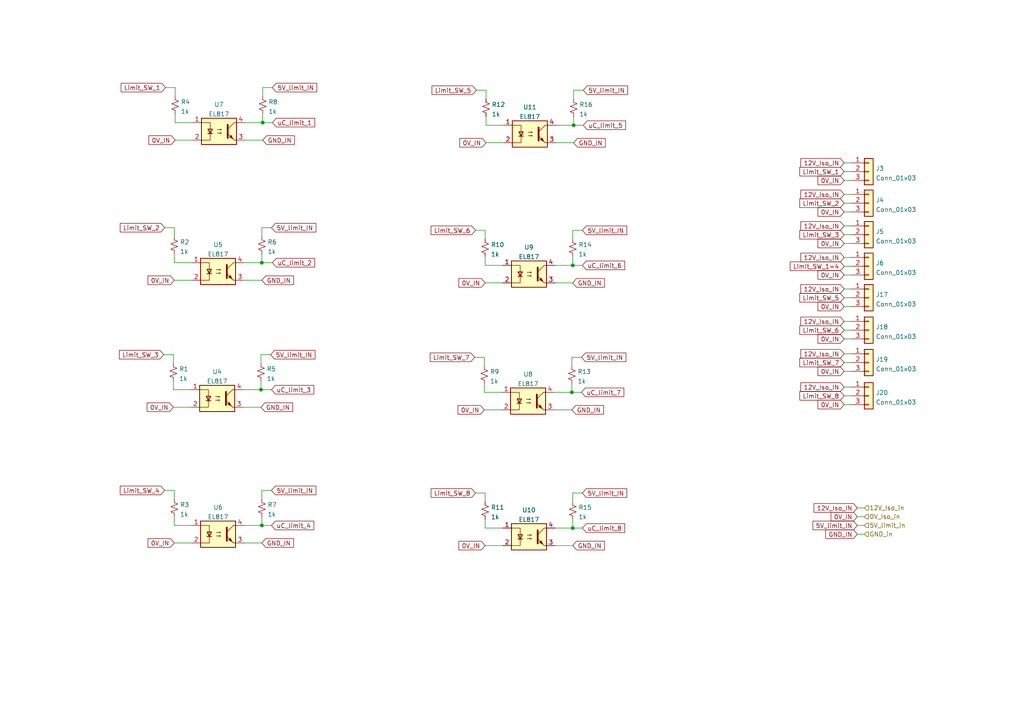
<source format=kicad_sch>
(kicad_sch (version 20211123) (generator eeschema)

  (uuid ef47eeb2-966e-4355-bedf-4b83c3070026)

  (paper "A4")

  (title_block
    (title "Motion Control Board")
    (date "2022-04-14")
    (company "Vashishtha Research Private Limited")
  )

  (lib_symbols
    (symbol "Connector_Generic:Conn_01x03" (pin_names (offset 1.016) hide) (in_bom yes) (on_board yes)
      (property "Reference" "J" (id 0) (at 0 5.08 0)
        (effects (font (size 1.27 1.27)))
      )
      (property "Value" "Conn_01x03" (id 1) (at 0 -5.08 0)
        (effects (font (size 1.27 1.27)))
      )
      (property "Footprint" "" (id 2) (at 0 0 0)
        (effects (font (size 1.27 1.27)) hide)
      )
      (property "Datasheet" "~" (id 3) (at 0 0 0)
        (effects (font (size 1.27 1.27)) hide)
      )
      (property "ki_keywords" "connector" (id 4) (at 0 0 0)
        (effects (font (size 1.27 1.27)) hide)
      )
      (property "ki_description" "Generic connector, single row, 01x03, script generated (kicad-library-utils/schlib/autogen/connector/)" (id 5) (at 0 0 0)
        (effects (font (size 1.27 1.27)) hide)
      )
      (property "ki_fp_filters" "Connector*:*_1x??_*" (id 6) (at 0 0 0)
        (effects (font (size 1.27 1.27)) hide)
      )
      (symbol "Conn_01x03_1_1"
        (rectangle (start -1.27 -2.413) (end 0 -2.667)
          (stroke (width 0.1524) (type default) (color 0 0 0 0))
          (fill (type none))
        )
        (rectangle (start -1.27 0.127) (end 0 -0.127)
          (stroke (width 0.1524) (type default) (color 0 0 0 0))
          (fill (type none))
        )
        (rectangle (start -1.27 2.667) (end 0 2.413)
          (stroke (width 0.1524) (type default) (color 0 0 0 0))
          (fill (type none))
        )
        (rectangle (start -1.27 3.81) (end 1.27 -3.81)
          (stroke (width 0.254) (type default) (color 0 0 0 0))
          (fill (type background))
        )
        (pin passive line (at -5.08 2.54 0) (length 3.81)
          (name "Pin_1" (effects (font (size 1.27 1.27))))
          (number "1" (effects (font (size 1.27 1.27))))
        )
        (pin passive line (at -5.08 0 0) (length 3.81)
          (name "Pin_2" (effects (font (size 1.27 1.27))))
          (number "2" (effects (font (size 1.27 1.27))))
        )
        (pin passive line (at -5.08 -2.54 0) (length 3.81)
          (name "Pin_3" (effects (font (size 1.27 1.27))))
          (number "3" (effects (font (size 1.27 1.27))))
        )
      )
    )
    (symbol "Device:R_Small_US" (pin_numbers hide) (pin_names (offset 0.254) hide) (in_bom yes) (on_board yes)
      (property "Reference" "R" (id 0) (at 0.762 0.508 0)
        (effects (font (size 1.27 1.27)) (justify left))
      )
      (property "Value" "R_Small_US" (id 1) (at 0.762 -1.016 0)
        (effects (font (size 1.27 1.27)) (justify left))
      )
      (property "Footprint" "" (id 2) (at 0 0 0)
        (effects (font (size 1.27 1.27)) hide)
      )
      (property "Datasheet" "~" (id 3) (at 0 0 0)
        (effects (font (size 1.27 1.27)) hide)
      )
      (property "ki_keywords" "r resistor" (id 4) (at 0 0 0)
        (effects (font (size 1.27 1.27)) hide)
      )
      (property "ki_description" "Resistor, small US symbol" (id 5) (at 0 0 0)
        (effects (font (size 1.27 1.27)) hide)
      )
      (property "ki_fp_filters" "R_*" (id 6) (at 0 0 0)
        (effects (font (size 1.27 1.27)) hide)
      )
      (symbol "R_Small_US_1_1"
        (polyline
          (pts
            (xy 0 0)
            (xy 1.016 -0.381)
            (xy 0 -0.762)
            (xy -1.016 -1.143)
            (xy 0 -1.524)
          )
          (stroke (width 0) (type default) (color 0 0 0 0))
          (fill (type none))
        )
        (polyline
          (pts
            (xy 0 1.524)
            (xy 1.016 1.143)
            (xy 0 0.762)
            (xy -1.016 0.381)
            (xy 0 0)
          )
          (stroke (width 0) (type default) (color 0 0 0 0))
          (fill (type none))
        )
        (pin passive line (at 0 2.54 270) (length 1.016)
          (name "~" (effects (font (size 1.27 1.27))))
          (number "1" (effects (font (size 1.27 1.27))))
        )
        (pin passive line (at 0 -2.54 90) (length 1.016)
          (name "~" (effects (font (size 1.27 1.27))))
          (number "2" (effects (font (size 1.27 1.27))))
        )
      )
    )
    (symbol "Isolator:EL817" (pin_names (offset 1.016)) (in_bom yes) (on_board yes)
      (property "Reference" "U" (id 0) (at -5.08 5.08 0)
        (effects (font (size 1.27 1.27)) (justify left))
      )
      (property "Value" "EL817" (id 1) (at 0 5.08 0)
        (effects (font (size 1.27 1.27)) (justify left))
      )
      (property "Footprint" "Package_DIP:DIP-4_W7.62mm" (id 2) (at -5.08 -5.08 0)
        (effects (font (size 1.27 1.27) italic) (justify left) hide)
      )
      (property "Datasheet" "http://www.everlight.com/file/ProductFile/EL817.pdf" (id 3) (at 0 0 0)
        (effects (font (size 1.27 1.27)) (justify left) hide)
      )
      (property "ki_keywords" "NPN DC Optocoupler" (id 4) (at 0 0 0)
        (effects (font (size 1.27 1.27)) hide)
      )
      (property "ki_description" "DC Optocoupler, Vce 35V, DIP-4" (id 5) (at 0 0 0)
        (effects (font (size 1.27 1.27)) hide)
      )
      (property "ki_fp_filters" "DIP*W7.62mm*" (id 6) (at 0 0 0)
        (effects (font (size 1.27 1.27)) hide)
      )
      (symbol "EL817_0_1"
        (rectangle (start -5.08 3.81) (end 5.08 -3.81)
          (stroke (width 0.254) (type default) (color 0 0 0 0))
          (fill (type background))
        )
        (polyline
          (pts
            (xy -3.175 -0.635)
            (xy -1.905 -0.635)
          )
          (stroke (width 0.254) (type default) (color 0 0 0 0))
          (fill (type none))
        )
        (polyline
          (pts
            (xy 2.54 0.635)
            (xy 4.445 2.54)
          )
          (stroke (width 0) (type default) (color 0 0 0 0))
          (fill (type none))
        )
        (polyline
          (pts
            (xy 4.445 -2.54)
            (xy 2.54 -0.635)
          )
          (stroke (width 0) (type default) (color 0 0 0 0))
          (fill (type outline))
        )
        (polyline
          (pts
            (xy 4.445 -2.54)
            (xy 5.08 -2.54)
          )
          (stroke (width 0) (type default) (color 0 0 0 0))
          (fill (type none))
        )
        (polyline
          (pts
            (xy 4.445 2.54)
            (xy 5.08 2.54)
          )
          (stroke (width 0) (type default) (color 0 0 0 0))
          (fill (type none))
        )
        (polyline
          (pts
            (xy -5.08 2.54)
            (xy -2.54 2.54)
            (xy -2.54 -0.635)
          )
          (stroke (width 0) (type default) (color 0 0 0 0))
          (fill (type none))
        )
        (polyline
          (pts
            (xy -2.54 -0.635)
            (xy -2.54 -2.54)
            (xy -5.08 -2.54)
          )
          (stroke (width 0) (type default) (color 0 0 0 0))
          (fill (type none))
        )
        (polyline
          (pts
            (xy 2.54 1.905)
            (xy 2.54 -1.905)
            (xy 2.54 -1.905)
          )
          (stroke (width 0.508) (type default) (color 0 0 0 0))
          (fill (type none))
        )
        (polyline
          (pts
            (xy -2.54 -0.635)
            (xy -3.175 0.635)
            (xy -1.905 0.635)
            (xy -2.54 -0.635)
          )
          (stroke (width 0.254) (type default) (color 0 0 0 0))
          (fill (type none))
        )
        (polyline
          (pts
            (xy -0.508 -0.508)
            (xy 0.762 -0.508)
            (xy 0.381 -0.635)
            (xy 0.381 -0.381)
            (xy 0.762 -0.508)
          )
          (stroke (width 0) (type default) (color 0 0 0 0))
          (fill (type none))
        )
        (polyline
          (pts
            (xy -0.508 0.508)
            (xy 0.762 0.508)
            (xy 0.381 0.381)
            (xy 0.381 0.635)
            (xy 0.762 0.508)
          )
          (stroke (width 0) (type default) (color 0 0 0 0))
          (fill (type none))
        )
        (polyline
          (pts
            (xy 3.048 -1.651)
            (xy 3.556 -1.143)
            (xy 4.064 -2.159)
            (xy 3.048 -1.651)
            (xy 3.048 -1.651)
          )
          (stroke (width 0) (type default) (color 0 0 0 0))
          (fill (type outline))
        )
      )
      (symbol "EL817_1_1"
        (pin passive line (at -7.62 2.54 0) (length 2.54)
          (name "~" (effects (font (size 1.27 1.27))))
          (number "1" (effects (font (size 1.27 1.27))))
        )
        (pin passive line (at -7.62 -2.54 0) (length 2.54)
          (name "~" (effects (font (size 1.27 1.27))))
          (number "2" (effects (font (size 1.27 1.27))))
        )
        (pin passive line (at 7.62 -2.54 180) (length 2.54)
          (name "~" (effects (font (size 1.27 1.27))))
          (number "3" (effects (font (size 1.27 1.27))))
        )
        (pin passive line (at 7.62 2.54 180) (length 2.54)
          (name "~" (effects (font (size 1.27 1.27))))
          (number "4" (effects (font (size 1.27 1.27))))
        )
      )
    )
  )

  (junction (at 166.37 36.322) (diameter 0) (color 0 0 0 0)
    (uuid 34769871-c4f0-406a-80d3-ec0dfa976250)
  )
  (junction (at 75.946 152.4) (diameter 0) (color 0 0 0 0)
    (uuid 556912f6-c492-4f8a-bbc2-fcd144fb7f8a)
  )
  (junction (at 76.2 35.56) (diameter 0) (color 0 0 0 0)
    (uuid 5a80bfaf-fd61-4f85-837d-6c468cc7dbdf)
  )
  (junction (at 75.946 76.2) (diameter 0) (color 0 0 0 0)
    (uuid 91986daa-8396-494f-8943-fce8734f34a7)
  )
  (junction (at 165.862 113.792) (diameter 0) (color 0 0 0 0)
    (uuid 9444bfff-2b18-489d-9f49-e9c6e3137442)
  )
  (junction (at 166.116 153.162) (diameter 0) (color 0 0 0 0)
    (uuid bf1f7a12-1a77-4ea4-b0b6-346cde584bfd)
  )
  (junction (at 75.692 113.03) (diameter 0) (color 0 0 0 0)
    (uuid d0afb13f-d204-4b93-ad3d-6a265c02febd)
  )
  (junction (at 166.116 76.962) (diameter 0) (color 0 0 0 0)
    (uuid f5666471-b539-4bf4-aeaf-e7613b172efa)
  )

  (wire (pts (xy 165.862 113.792) (xy 165.862 111.252))
    (stroke (width 0) (type default) (color 0 0 0 0))
    (uuid 019d1bcd-58fd-4879-9734-9606210e5636)
  )
  (wire (pts (xy 248.666 147.32) (xy 250.698 147.32))
    (stroke (width 0) (type default) (color 0 0 0 0))
    (uuid 02965bf3-a00f-4aa0-825a-286dadd6e49e)
  )
  (wire (pts (xy 75.946 76.2) (xy 78.994 76.2))
    (stroke (width 0) (type default) (color 0 0 0 0))
    (uuid 050752df-134f-4a24-b43c-abaced8c8afa)
  )
  (wire (pts (xy 140.97 41.402) (xy 146.05 41.402))
    (stroke (width 0) (type default) (color 0 0 0 0))
    (uuid 059c5719-32f6-473b-83a9-6c4727763a91)
  )
  (wire (pts (xy 140.716 76.962) (xy 145.796 76.962))
    (stroke (width 0) (type default) (color 0 0 0 0))
    (uuid 059ff3e1-95bf-4110-a2b3-40de1b186ccd)
  )
  (wire (pts (xy 78.74 66.04) (xy 75.946 66.04))
    (stroke (width 0) (type default) (color 0 0 0 0))
    (uuid 067a6040-dd4d-4f2d-8122-569bc5a6209e)
  )
  (wire (pts (xy 50.8 25.4) (xy 50.8 27.94))
    (stroke (width 0) (type default) (color 0 0 0 0))
    (uuid 077aef00-174d-4a6e-bc23-1f64761d323f)
  )
  (wire (pts (xy 161.036 82.042) (xy 166.116 82.042))
    (stroke (width 0) (type default) (color 0 0 0 0))
    (uuid 0827a635-8269-4081-8ba1-1ce43e65e0d2)
  )
  (wire (pts (xy 50.8 35.56) (xy 55.88 35.56))
    (stroke (width 0) (type default) (color 0 0 0 0))
    (uuid 097d7911-d654-47ba-870e-854544b58771)
  )
  (wire (pts (xy 166.116 66.802) (xy 166.116 69.342))
    (stroke (width 0) (type default) (color 0 0 0 0))
    (uuid 0e6bba06-616d-402a-914e-19c2b0eaff6b)
  )
  (wire (pts (xy 244.856 74.676) (xy 246.888 74.676))
    (stroke (width 0) (type default) (color 0 0 0 0))
    (uuid 0ebfb84d-6a27-4a79-a29f-5b00dfc75b2b)
  )
  (wire (pts (xy 78.74 142.24) (xy 75.946 142.24))
    (stroke (width 0) (type default) (color 0 0 0 0))
    (uuid 1119fb54-3590-4769-aa6e-42f9a7a528ee)
  )
  (wire (pts (xy 244.856 65.532) (xy 246.888 65.532))
    (stroke (width 0) (type default) (color 0 0 0 0))
    (uuid 11af898b-5f2c-4dd5-8860-50e1fc715034)
  )
  (wire (pts (xy 166.116 143.002) (xy 166.116 145.542))
    (stroke (width 0) (type default) (color 0 0 0 0))
    (uuid 1290fcca-9e1c-411c-8071-5746c2beddb7)
  )
  (wire (pts (xy 165.862 113.792) (xy 168.656 113.792))
    (stroke (width 0) (type default) (color 0 0 0 0))
    (uuid 160c11ae-c3a0-42ac-ace6-2d85fc418202)
  )
  (wire (pts (xy 244.856 93.218) (xy 246.888 93.218))
    (stroke (width 0) (type default) (color 0 0 0 0))
    (uuid 177bc766-fd8b-4eb3-8e3e-22909ec64ed3)
  )
  (wire (pts (xy 75.692 102.87) (xy 75.692 105.41))
    (stroke (width 0) (type default) (color 0 0 0 0))
    (uuid 1b3ef6fb-d32f-41db-a84c-29a2b0c6c78e)
  )
  (wire (pts (xy 50.546 81.28) (xy 55.626 81.28))
    (stroke (width 0) (type default) (color 0 0 0 0))
    (uuid 1cb9a4b5-b17b-43e7-ad2b-3a890c9959e6)
  )
  (wire (pts (xy 140.716 66.802) (xy 140.716 69.342))
    (stroke (width 0) (type default) (color 0 0 0 0))
    (uuid 1ef43d6f-7646-43ed-a3e2-2aa288f19722)
  )
  (wire (pts (xy 70.866 76.2) (xy 75.946 76.2))
    (stroke (width 0) (type default) (color 0 0 0 0))
    (uuid 288bf7dd-4bba-4670-b543-f7417a89f07c)
  )
  (wire (pts (xy 50.8 33.02) (xy 50.8 35.56))
    (stroke (width 0) (type default) (color 0 0 0 0))
    (uuid 349cd039-395c-4f88-bfb8-52e274a104ff)
  )
  (wire (pts (xy 248.666 154.94) (xy 250.698 154.94))
    (stroke (width 0) (type default) (color 0 0 0 0))
    (uuid 34b6fad5-4cb0-4833-b5e7-d4a61d8c6b88)
  )
  (wire (pts (xy 137.922 143.002) (xy 140.716 143.002))
    (stroke (width 0) (type default) (color 0 0 0 0))
    (uuid 34febe28-5daf-4b2d-afa7-8cd7c89c36b5)
  )
  (wire (pts (xy 50.546 149.86) (xy 50.546 152.4))
    (stroke (width 0) (type default) (color 0 0 0 0))
    (uuid 364a808f-346b-4389-b7bf-09c7dfbb3e5e)
  )
  (wire (pts (xy 244.856 107.696) (xy 246.888 107.696))
    (stroke (width 0) (type default) (color 0 0 0 0))
    (uuid 384d327b-0cab-45eb-8071-5a49bbfaa2b3)
  )
  (wire (pts (xy 50.292 110.49) (xy 50.292 113.03))
    (stroke (width 0) (type default) (color 0 0 0 0))
    (uuid 3938df14-76ac-4008-baff-650f18ebd9ac)
  )
  (wire (pts (xy 50.292 118.11) (xy 55.372 118.11))
    (stroke (width 0) (type default) (color 0 0 0 0))
    (uuid 3972a0d5-3b5f-4f30-acaf-92af4ac5da42)
  )
  (wire (pts (xy 161.036 158.242) (xy 166.116 158.242))
    (stroke (width 0) (type default) (color 0 0 0 0))
    (uuid 3cbfe5a7-56b5-4ccf-a263-93e3b430f4b4)
  )
  (wire (pts (xy 168.656 103.632) (xy 165.862 103.632))
    (stroke (width 0) (type default) (color 0 0 0 0))
    (uuid 3e9f547d-0922-4b46-bedd-a9d9c1052821)
  )
  (wire (pts (xy 248.666 149.86) (xy 250.698 149.86))
    (stroke (width 0) (type default) (color 0 0 0 0))
    (uuid 3fed479e-eb3e-4a4b-92a9-55ead6fb078d)
  )
  (wire (pts (xy 70.866 81.28) (xy 75.946 81.28))
    (stroke (width 0) (type default) (color 0 0 0 0))
    (uuid 40090f72-475e-45ca-94c3-e4e37ce098fa)
  )
  (wire (pts (xy 244.856 77.216) (xy 246.888 77.216))
    (stroke (width 0) (type default) (color 0 0 0 0))
    (uuid 402307f2-18fd-4edb-b9fd-0ddb66313638)
  )
  (wire (pts (xy 168.91 143.002) (xy 166.116 143.002))
    (stroke (width 0) (type default) (color 0 0 0 0))
    (uuid 43e52a13-0c8d-41b9-aafd-18ea29e4ad45)
  )
  (wire (pts (xy 161.29 41.402) (xy 166.37 41.402))
    (stroke (width 0) (type default) (color 0 0 0 0))
    (uuid 46ee4bc2-2dab-479b-b9b2-539ab2f844ff)
  )
  (wire (pts (xy 76.2 35.56) (xy 78.994 35.56))
    (stroke (width 0) (type default) (color 0 0 0 0))
    (uuid 47120e2a-f4ad-40aa-bbee-367137042711)
  )
  (wire (pts (xy 244.856 86.36) (xy 246.888 86.36))
    (stroke (width 0) (type default) (color 0 0 0 0))
    (uuid 4aa7cb7a-0e76-461e-8dec-afb8cf0a66fa)
  )
  (wire (pts (xy 166.116 76.962) (xy 166.116 74.422))
    (stroke (width 0) (type default) (color 0 0 0 0))
    (uuid 4bfb669e-77cc-4b41-aa01-7ab22529f5c4)
  )
  (wire (pts (xy 244.856 105.156) (xy 246.888 105.156))
    (stroke (width 0) (type default) (color 0 0 0 0))
    (uuid 4c4f6568-b772-4c7f-a0fb-455c4aca3abb)
  )
  (wire (pts (xy 48.006 25.4) (xy 50.8 25.4))
    (stroke (width 0) (type default) (color 0 0 0 0))
    (uuid 4cbae42d-ac0b-4bea-ac95-d043d8781092)
  )
  (wire (pts (xy 160.782 113.792) (xy 165.862 113.792))
    (stroke (width 0) (type default) (color 0 0 0 0))
    (uuid 4d3a52c4-860d-4605-962f-be1e99c88be9)
  )
  (wire (pts (xy 166.37 36.322) (xy 169.164 36.322))
    (stroke (width 0) (type default) (color 0 0 0 0))
    (uuid 507fd8f6-4b6b-4b81-9c4f-59f90c61bb5b)
  )
  (wire (pts (xy 75.946 152.4) (xy 78.74 152.4))
    (stroke (width 0) (type default) (color 0 0 0 0))
    (uuid 5514ec80-ec29-46c4-8b73-67167a7d412b)
  )
  (wire (pts (xy 140.716 150.622) (xy 140.716 153.162))
    (stroke (width 0) (type default) (color 0 0 0 0))
    (uuid 55cfbc6c-207d-41e2-9550-077604a957d4)
  )
  (wire (pts (xy 140.97 33.782) (xy 140.97 36.322))
    (stroke (width 0) (type default) (color 0 0 0 0))
    (uuid 57270462-dcce-4b78-8d19-d589378f20fe)
  )
  (wire (pts (xy 78.994 25.4) (xy 76.2 25.4))
    (stroke (width 0) (type default) (color 0 0 0 0))
    (uuid 5a848fcc-25e4-40b2-a7f3-41116eb6d6b3)
  )
  (wire (pts (xy 140.462 111.252) (xy 140.462 113.792))
    (stroke (width 0) (type default) (color 0 0 0 0))
    (uuid 5acbf6bb-96fb-4d91-ab38-abdc7c2f406c)
  )
  (wire (pts (xy 50.292 102.87) (xy 50.292 105.41))
    (stroke (width 0) (type default) (color 0 0 0 0))
    (uuid 5c064371-f9e3-4b63-a86f-18153d86ffe2)
  )
  (wire (pts (xy 244.856 112.268) (xy 246.888 112.268))
    (stroke (width 0) (type default) (color 0 0 0 0))
    (uuid 5e358e73-16c2-48b1-aa92-b45a04a8823d)
  )
  (wire (pts (xy 76.2 25.4) (xy 76.2 27.94))
    (stroke (width 0) (type default) (color 0 0 0 0))
    (uuid 635460c7-29cb-4e3e-a116-d103c01d1a83)
  )
  (wire (pts (xy 140.462 103.632) (xy 140.462 106.172))
    (stroke (width 0) (type default) (color 0 0 0 0))
    (uuid 6a89c889-9401-4f77-89be-d77fc36de38d)
  )
  (wire (pts (xy 50.546 152.4) (xy 55.626 152.4))
    (stroke (width 0) (type default) (color 0 0 0 0))
    (uuid 6b7cc3b1-8533-49f9-b1a1-7a2eef26b77c)
  )
  (wire (pts (xy 166.37 26.162) (xy 166.37 28.702))
    (stroke (width 0) (type default) (color 0 0 0 0))
    (uuid 6bdbd4b3-0a89-479d-9b82-912a8d9984f4)
  )
  (wire (pts (xy 161.036 76.962) (xy 166.116 76.962))
    (stroke (width 0) (type default) (color 0 0 0 0))
    (uuid 6c27f596-3878-4317-a5fc-5f0462dbfd92)
  )
  (wire (pts (xy 140.716 153.162) (xy 145.796 153.162))
    (stroke (width 0) (type default) (color 0 0 0 0))
    (uuid 6e1cbc12-83d3-4815-985f-c22ff520a49f)
  )
  (wire (pts (xy 70.612 118.11) (xy 75.692 118.11))
    (stroke (width 0) (type default) (color 0 0 0 0))
    (uuid 7731b8fc-0b8b-4cfd-b08d-664ce295cf52)
  )
  (wire (pts (xy 166.37 36.322) (xy 166.37 33.782))
    (stroke (width 0) (type default) (color 0 0 0 0))
    (uuid 77442f00-05e5-406d-9fef-b9fcd2534214)
  )
  (wire (pts (xy 244.856 49.784) (xy 246.888 49.784))
    (stroke (width 0) (type default) (color 0 0 0 0))
    (uuid 77f4a0cc-3665-4997-aa91-7877dcd153b9)
  )
  (wire (pts (xy 78.486 102.87) (xy 75.692 102.87))
    (stroke (width 0) (type default) (color 0 0 0 0))
    (uuid 79753210-54cb-46bc-a978-dc7a8517bcb5)
  )
  (wire (pts (xy 161.29 36.322) (xy 166.37 36.322))
    (stroke (width 0) (type default) (color 0 0 0 0))
    (uuid 7dd240e5-e549-4edc-aa9a-5fa5b1ce8368)
  )
  (wire (pts (xy 244.856 68.072) (xy 246.888 68.072))
    (stroke (width 0) (type default) (color 0 0 0 0))
    (uuid 7e6f9fde-5841-42ba-a490-3dc04c22a7e8)
  )
  (wire (pts (xy 75.946 66.04) (xy 75.946 68.58))
    (stroke (width 0) (type default) (color 0 0 0 0))
    (uuid 86b89e4e-fbf4-4455-bad1-fdf9ae4a768f)
  )
  (wire (pts (xy 168.91 66.802) (xy 166.116 66.802))
    (stroke (width 0) (type default) (color 0 0 0 0))
    (uuid 8d8ecaab-04eb-46b2-9841-7e375ff80784)
  )
  (wire (pts (xy 244.856 95.758) (xy 246.888 95.758))
    (stroke (width 0) (type default) (color 0 0 0 0))
    (uuid 8e9e0c99-a7ed-4d87-b430-e862f27f4336)
  )
  (wire (pts (xy 244.856 47.244) (xy 246.888 47.244))
    (stroke (width 0) (type default) (color 0 0 0 0))
    (uuid 90de659a-b993-474a-a448-2b113a80ab84)
  )
  (wire (pts (xy 50.546 66.04) (xy 50.546 68.58))
    (stroke (width 0) (type default) (color 0 0 0 0))
    (uuid 9232ccff-1550-4bd1-b8e9-0faf6345fd57)
  )
  (wire (pts (xy 244.856 88.9) (xy 246.888 88.9))
    (stroke (width 0) (type default) (color 0 0 0 0))
    (uuid 97a76859-4b5c-4940-8af6-e30398cb79ae)
  )
  (wire (pts (xy 75.946 76.2) (xy 75.946 73.66))
    (stroke (width 0) (type default) (color 0 0 0 0))
    (uuid 97de9d7b-6269-44b6-804e-466319beeb3e)
  )
  (wire (pts (xy 140.462 113.792) (xy 145.542 113.792))
    (stroke (width 0) (type default) (color 0 0 0 0))
    (uuid 99c9757b-2e69-4680-8620-5ce109753ef7)
  )
  (wire (pts (xy 166.116 153.162) (xy 166.116 150.622))
    (stroke (width 0) (type default) (color 0 0 0 0))
    (uuid 9c3c7ab0-513f-4e2c-8050-a1ed55df087f)
  )
  (wire (pts (xy 244.856 114.808) (xy 246.888 114.808))
    (stroke (width 0) (type default) (color 0 0 0 0))
    (uuid 9c5ad9f7-41f1-47a5-af74-cfe9c6f2bd63)
  )
  (wire (pts (xy 50.546 76.2) (xy 55.626 76.2))
    (stroke (width 0) (type default) (color 0 0 0 0))
    (uuid 9c5ddb5c-6cf4-487e-ae3f-e8578fe013aa)
  )
  (wire (pts (xy 244.856 61.468) (xy 246.888 61.468))
    (stroke (width 0) (type default) (color 0 0 0 0))
    (uuid 9cd15a12-8c63-4861-bd62-538e6aef2d6a)
  )
  (wire (pts (xy 50.8 40.64) (xy 55.88 40.64))
    (stroke (width 0) (type default) (color 0 0 0 0))
    (uuid 9e68d507-082e-4e06-9cc5-5af71bbc81cf)
  )
  (wire (pts (xy 244.856 102.616) (xy 246.888 102.616))
    (stroke (width 0) (type default) (color 0 0 0 0))
    (uuid a1e399de-7197-482c-ae1f-406df563b48d)
  )
  (wire (pts (xy 244.856 52.324) (xy 246.888 52.324))
    (stroke (width 0) (type default) (color 0 0 0 0))
    (uuid a4fe8ebc-3e09-49f3-a6c7-2674382320e6)
  )
  (wire (pts (xy 75.692 113.03) (xy 75.692 110.49))
    (stroke (width 0) (type default) (color 0 0 0 0))
    (uuid a8099ae2-2cd9-4377-b2b9-5ce216d9fbd6)
  )
  (wire (pts (xy 50.546 73.66) (xy 50.546 76.2))
    (stroke (width 0) (type default) (color 0 0 0 0))
    (uuid b3d5b75a-8a9c-4f96-8324-47edebc60f38)
  )
  (wire (pts (xy 160.782 118.872) (xy 165.862 118.872))
    (stroke (width 0) (type default) (color 0 0 0 0))
    (uuid b45b2c91-45ab-4dc6-859a-f05cec004f77)
  )
  (wire (pts (xy 70.866 152.4) (xy 75.946 152.4))
    (stroke (width 0) (type default) (color 0 0 0 0))
    (uuid b51c6e8a-c117-43d8-b77b-18ca6df4e89a)
  )
  (wire (pts (xy 140.462 118.872) (xy 145.542 118.872))
    (stroke (width 0) (type default) (color 0 0 0 0))
    (uuid b6e423e5-ac80-4622-bdbf-7c37099e6812)
  )
  (wire (pts (xy 70.866 157.48) (xy 75.946 157.48))
    (stroke (width 0) (type default) (color 0 0 0 0))
    (uuid b7741ce5-0f5b-421b-a5be-9dddbf03ac62)
  )
  (wire (pts (xy 47.752 142.24) (xy 50.546 142.24))
    (stroke (width 0) (type default) (color 0 0 0 0))
    (uuid ba9d80bb-64d2-499c-a6f5-e6028706391f)
  )
  (wire (pts (xy 165.862 103.632) (xy 165.862 106.172))
    (stroke (width 0) (type default) (color 0 0 0 0))
    (uuid be185dfe-d0ad-42fa-8812-d4e9d06131a0)
  )
  (wire (pts (xy 47.752 66.04) (xy 50.546 66.04))
    (stroke (width 0) (type default) (color 0 0 0 0))
    (uuid bf9edb88-d409-4fb1-8ec1-713baf6e8be0)
  )
  (wire (pts (xy 50.546 142.24) (xy 50.546 144.78))
    (stroke (width 0) (type default) (color 0 0 0 0))
    (uuid c6ed22c4-2931-48f6-a827-f4b9de8a49fe)
  )
  (wire (pts (xy 138.176 26.162) (xy 140.97 26.162))
    (stroke (width 0) (type default) (color 0 0 0 0))
    (uuid cc6a4030-26aa-41f5-97f8-4f3d93501241)
  )
  (wire (pts (xy 140.716 158.242) (xy 145.796 158.242))
    (stroke (width 0) (type default) (color 0 0 0 0))
    (uuid cc974ace-b741-4667-bbc5-f86527b2b108)
  )
  (wire (pts (xy 47.498 102.87) (xy 50.292 102.87))
    (stroke (width 0) (type default) (color 0 0 0 0))
    (uuid cd1ec840-a9ae-4348-8e74-0ea5ea214714)
  )
  (wire (pts (xy 244.856 83.82) (xy 246.888 83.82))
    (stroke (width 0) (type default) (color 0 0 0 0))
    (uuid ce232db5-8d36-4e24-8d95-245a800ab1e0)
  )
  (wire (pts (xy 140.97 36.322) (xy 146.05 36.322))
    (stroke (width 0) (type default) (color 0 0 0 0))
    (uuid d00d7145-8d1c-4c27-b6bf-002503d3873f)
  )
  (wire (pts (xy 244.856 58.928) (xy 246.888 58.928))
    (stroke (width 0) (type default) (color 0 0 0 0))
    (uuid d073ab6c-bd0c-44d6-a4be-c56168e9545e)
  )
  (wire (pts (xy 75.946 142.24) (xy 75.946 144.78))
    (stroke (width 0) (type default) (color 0 0 0 0))
    (uuid d35d8579-15a4-4ea9-90fb-9d4a06b8dfe6)
  )
  (wire (pts (xy 140.716 74.422) (xy 140.716 76.962))
    (stroke (width 0) (type default) (color 0 0 0 0))
    (uuid d94ba29c-480d-451d-9cde-607b5608e871)
  )
  (wire (pts (xy 248.666 152.4) (xy 250.698 152.4))
    (stroke (width 0) (type default) (color 0 0 0 0))
    (uuid d999fb9a-4670-499e-a606-8ccbc9ce8e96)
  )
  (wire (pts (xy 137.922 66.802) (xy 140.716 66.802))
    (stroke (width 0) (type default) (color 0 0 0 0))
    (uuid da1a9f9b-22f8-44ea-9934-2851629b48f3)
  )
  (wire (pts (xy 50.546 157.48) (xy 55.626 157.48))
    (stroke (width 0) (type default) (color 0 0 0 0))
    (uuid dfcac5b4-2bf6-4d03-ab5a-bdd0c4c0b2e9)
  )
  (wire (pts (xy 75.692 113.03) (xy 78.74 113.03))
    (stroke (width 0) (type default) (color 0 0 0 0))
    (uuid e45f2ae3-3bbe-4784-9878-ab632f88b3e4)
  )
  (wire (pts (xy 244.856 79.756) (xy 246.888 79.756))
    (stroke (width 0) (type default) (color 0 0 0 0))
    (uuid e6634efb-db42-4112-9692-caedd831d895)
  )
  (wire (pts (xy 166.116 76.962) (xy 168.91 76.962))
    (stroke (width 0) (type default) (color 0 0 0 0))
    (uuid e75f09a2-a491-4c46-9034-6605338b9583)
  )
  (wire (pts (xy 161.036 153.162) (xy 166.116 153.162))
    (stroke (width 0) (type default) (color 0 0 0 0))
    (uuid e870d1da-02bd-4024-b43f-4f593053ab0d)
  )
  (wire (pts (xy 140.716 82.042) (xy 145.796 82.042))
    (stroke (width 0) (type default) (color 0 0 0 0))
    (uuid e8d36136-b81d-4f72-bee3-3344aa09d667)
  )
  (wire (pts (xy 244.856 98.298) (xy 246.888 98.298))
    (stroke (width 0) (type default) (color 0 0 0 0))
    (uuid e8ef4bbd-32e2-4ac3-86d3-eb359b36bf42)
  )
  (wire (pts (xy 50.292 113.03) (xy 55.372 113.03))
    (stroke (width 0) (type default) (color 0 0 0 0))
    (uuid e92f867e-2a41-4ea1-ac45-4632f2bc085c)
  )
  (wire (pts (xy 140.716 143.002) (xy 140.716 145.542))
    (stroke (width 0) (type default) (color 0 0 0 0))
    (uuid e958ff3d-acb0-41a9-9064-0cc8eaea447a)
  )
  (wire (pts (xy 169.164 26.162) (xy 166.37 26.162))
    (stroke (width 0) (type default) (color 0 0 0 0))
    (uuid ef3ce449-ab7e-4cb5-b283-b21fcdbc7866)
  )
  (wire (pts (xy 70.612 113.03) (xy 75.692 113.03))
    (stroke (width 0) (type default) (color 0 0 0 0))
    (uuid f14070c1-1e68-4838-b2c9-5128a619eeca)
  )
  (wire (pts (xy 137.668 103.632) (xy 140.462 103.632))
    (stroke (width 0) (type default) (color 0 0 0 0))
    (uuid f47c7c04-6391-4a8c-9526-61c79231dae0)
  )
  (wire (pts (xy 140.97 26.162) (xy 140.97 28.702))
    (stroke (width 0) (type default) (color 0 0 0 0))
    (uuid f6a9fccb-71db-4d92-b3a9-f05d07461aeb)
  )
  (wire (pts (xy 75.946 152.4) (xy 75.946 149.86))
    (stroke (width 0) (type default) (color 0 0 0 0))
    (uuid f7845baa-0987-4ed2-b597-29fefff0efc2)
  )
  (wire (pts (xy 244.856 117.348) (xy 246.888 117.348))
    (stroke (width 0) (type default) (color 0 0 0 0))
    (uuid f8baeed4-44e0-403d-a4d8-b404dc4a2690)
  )
  (wire (pts (xy 166.116 153.162) (xy 168.91 153.162))
    (stroke (width 0) (type default) (color 0 0 0 0))
    (uuid f8dd6ca5-d345-40e7-9b39-f054b758a035)
  )
  (wire (pts (xy 71.12 40.64) (xy 76.2 40.64))
    (stroke (width 0) (type default) (color 0 0 0 0))
    (uuid f8eeaa22-d517-4fc1-bdd2-7f99163d11f9)
  )
  (wire (pts (xy 76.2 35.56) (xy 76.2 33.02))
    (stroke (width 0) (type default) (color 0 0 0 0))
    (uuid facbca1d-3832-430b-9621-681cba3ec078)
  )
  (wire (pts (xy 71.12 35.56) (xy 76.2 35.56))
    (stroke (width 0) (type default) (color 0 0 0 0))
    (uuid fb671cb0-a7a0-4520-a64a-9e80675dcdb6)
  )
  (wire (pts (xy 244.856 70.612) (xy 246.888 70.612))
    (stroke (width 0) (type default) (color 0 0 0 0))
    (uuid fe850e98-5d40-4960-bba8-cf3058e2af70)
  )
  (wire (pts (xy 244.856 56.388) (xy 246.888 56.388))
    (stroke (width 0) (type default) (color 0 0 0 0))
    (uuid ffc134a6-e330-4320-a27e-5798a2bb006e)
  )

  (global_label "Limit_SW_7" (shape input) (at 244.856 105.156 180) (fields_autoplaced)
    (effects (font (size 1.27 1.27)) (justify right))
    (uuid 00dbf246-f545-4d82-930a-e8688309e632)
    (property "Intersheet References" "${INTERSHEET_REFS}" (id 0) (at 231.9805 105.0766 0)
      (effects (font (size 1.27 1.27)) (justify right) hide)
    )
  )
  (global_label "GND_IN" (shape input) (at 166.116 82.042 0) (fields_autoplaced)
    (effects (font (size 1.27 1.27)) (justify left))
    (uuid 010ce8d2-6e58-4d44-bad2-b314eb71001f)
    (property "Intersheet References" "${INTERSHEET_REFS}" (id 0) (at 175.3024 81.9626 0)
      (effects (font (size 1.27 1.27)) (justify left) hide)
    )
  )
  (global_label "Limit_SW_8" (shape input) (at 137.922 143.002 180) (fields_autoplaced)
    (effects (font (size 1.27 1.27)) (justify right))
    (uuid 1455130d-ad68-450c-9b59-74af9783cdbb)
    (property "Intersheet References" "${INTERSHEET_REFS}" (id 0) (at 125.0465 142.9226 0)
      (effects (font (size 1.27 1.27)) (justify right) hide)
    )
  )
  (global_label "GND_IN" (shape input) (at 75.946 81.28 0) (fields_autoplaced)
    (effects (font (size 1.27 1.27)) (justify left))
    (uuid 1796a7af-9d39-4c55-a4fd-a626782f728f)
    (property "Intersheet References" "${INTERSHEET_REFS}" (id 0) (at 85.1324 81.2006 0)
      (effects (font (size 1.27 1.27)) (justify left) hide)
    )
  )
  (global_label "GND_IN" (shape input) (at 166.116 158.242 0) (fields_autoplaced)
    (effects (font (size 1.27 1.27)) (justify left))
    (uuid 1de165f2-47ba-49df-b7ca-1914eaa84abb)
    (property "Intersheet References" "${INTERSHEET_REFS}" (id 0) (at 175.3024 158.1626 0)
      (effects (font (size 1.27 1.27)) (justify left) hide)
    )
  )
  (global_label "5V_limit_IN" (shape input) (at 169.164 26.162 0) (fields_autoplaced)
    (effects (font (size 1.27 1.27)) (justify left))
    (uuid 21907028-14b0-4da1-ab1a-a48a31ef65cc)
    (property "Intersheet References" "${INTERSHEET_REFS}" (id 0) (at 182.0395 26.0826 0)
      (effects (font (size 1.27 1.27)) (justify left) hide)
    )
  )
  (global_label "0V_IN" (shape input) (at 140.462 118.872 180) (fields_autoplaced)
    (effects (font (size 1.27 1.27)) (justify right))
    (uuid 24c89cea-edc1-4038-aa0a-9b44646826cb)
    (property "Intersheet References" "${INTERSHEET_REFS}" (id 0) (at 132.8479 118.7926 0)
      (effects (font (size 1.27 1.27)) (justify right) hide)
    )
  )
  (global_label "5V_limit_IN" (shape input) (at 248.666 152.4 180) (fields_autoplaced)
    (effects (font (size 1.27 1.27)) (justify right))
    (uuid 2650cd5c-4896-4211-9e61-dc29c5bd258d)
    (property "Intersheet References" "${INTERSHEET_REFS}" (id 0) (at 235.7905 152.4794 0)
      (effects (font (size 1.27 1.27)) (justify right) hide)
    )
  )
  (global_label "12V_Iso_IN" (shape input) (at 244.856 65.532 180) (fields_autoplaced)
    (effects (font (size 1.27 1.27)) (justify right))
    (uuid 27f9f64f-5644-4960-a7bc-10847c5c6d57)
    (property "Intersheet References" "${INTERSHEET_REFS}" (id 0) (at 232.2829 65.4526 0)
      (effects (font (size 1.27 1.27)) (justify right) hide)
    )
  )
  (global_label "5V_limit_IN" (shape input) (at 78.994 25.4 0) (fields_autoplaced)
    (effects (font (size 1.27 1.27)) (justify left))
    (uuid 2a4cd84b-2ba6-4b8c-a714-fad1fe45e5e4)
    (property "Intersheet References" "${INTERSHEET_REFS}" (id 0) (at 91.8695 25.3206 0)
      (effects (font (size 1.27 1.27)) (justify left) hide)
    )
  )
  (global_label "uC_limit_8" (shape input) (at 168.91 153.162 0) (fields_autoplaced)
    (effects (font (size 1.27 1.27)) (justify left))
    (uuid 2f40c081-234a-4992-b7ab-d308b507f6bb)
    (property "Intersheet References" "${INTERSHEET_REFS}" (id 0) (at 181.1807 153.0826 0)
      (effects (font (size 1.27 1.27)) (justify left) hide)
    )
  )
  (global_label "12V_Iso_IN" (shape input) (at 244.856 74.676 180) (fields_autoplaced)
    (effects (font (size 1.27 1.27)) (justify right))
    (uuid 38b82040-0cab-482d-9bf3-671c954801f0)
    (property "Intersheet References" "${INTERSHEET_REFS}" (id 0) (at 232.2829 74.5966 0)
      (effects (font (size 1.27 1.27)) (justify right) hide)
    )
  )
  (global_label "12V_Iso_IN" (shape input) (at 244.856 93.218 180) (fields_autoplaced)
    (effects (font (size 1.27 1.27)) (justify right))
    (uuid 397b682a-943d-4811-a2f3-12899f9e9ea3)
    (property "Intersheet References" "${INTERSHEET_REFS}" (id 0) (at 232.2829 93.1386 0)
      (effects (font (size 1.27 1.27)) (justify right) hide)
    )
  )
  (global_label "Limit_SW_6" (shape input) (at 244.856 95.758 180) (fields_autoplaced)
    (effects (font (size 1.27 1.27)) (justify right))
    (uuid 3c93583a-0f05-43e1-818c-1244778ce8f6)
    (property "Intersheet References" "${INTERSHEET_REFS}" (id 0) (at 231.9805 95.6786 0)
      (effects (font (size 1.27 1.27)) (justify right) hide)
    )
  )
  (global_label "GND_IN" (shape input) (at 166.37 41.402 0) (fields_autoplaced)
    (effects (font (size 1.27 1.27)) (justify left))
    (uuid 3fda273a-0977-4060-b5c6-ae35337b080e)
    (property "Intersheet References" "${INTERSHEET_REFS}" (id 0) (at 175.5564 41.3226 0)
      (effects (font (size 1.27 1.27)) (justify left) hide)
    )
  )
  (global_label "GND_IN" (shape input) (at 75.946 157.48 0) (fields_autoplaced)
    (effects (font (size 1.27 1.27)) (justify left))
    (uuid 41674095-f88a-4c88-b8b9-0a672a47b659)
    (property "Intersheet References" "${INTERSHEET_REFS}" (id 0) (at 85.1324 157.4006 0)
      (effects (font (size 1.27 1.27)) (justify left) hide)
    )
  )
  (global_label "GND_IN" (shape input) (at 76.2 40.64 0) (fields_autoplaced)
    (effects (font (size 1.27 1.27)) (justify left))
    (uuid 4257e51d-be73-4404-97b5-bba32de7b4b4)
    (property "Intersheet References" "${INTERSHEET_REFS}" (id 0) (at 85.3864 40.5606 0)
      (effects (font (size 1.27 1.27)) (justify left) hide)
    )
  )
  (global_label "uC_limit_5" (shape input) (at 169.164 36.322 0) (fields_autoplaced)
    (effects (font (size 1.27 1.27)) (justify left))
    (uuid 4f484928-ce02-4844-92ac-914e8b184438)
    (property "Intersheet References" "${INTERSHEET_REFS}" (id 0) (at 181.4347 36.2426 0)
      (effects (font (size 1.27 1.27)) (justify left) hide)
    )
  )
  (global_label "0V_IN" (shape input) (at 248.666 149.86 180) (fields_autoplaced)
    (effects (font (size 1.27 1.27)) (justify right))
    (uuid 51dd9b26-5186-4d58-b833-f3ff4b58adb9)
    (property "Intersheet References" "${INTERSHEET_REFS}" (id 0) (at 241.0519 149.7806 0)
      (effects (font (size 1.27 1.27)) (justify right) hide)
    )
  )
  (global_label "0V_IN" (shape input) (at 140.97 41.402 180) (fields_autoplaced)
    (effects (font (size 1.27 1.27)) (justify right))
    (uuid 58a298ad-572d-4ab6-94ee-b8de136950c4)
    (property "Intersheet References" "${INTERSHEET_REFS}" (id 0) (at 133.3559 41.3226 0)
      (effects (font (size 1.27 1.27)) (justify right) hide)
    )
  )
  (global_label "Limit_SW_7" (shape input) (at 137.668 103.632 180) (fields_autoplaced)
    (effects (font (size 1.27 1.27)) (justify right))
    (uuid 5b9a8100-f24a-45d7-8872-0233c6aecbd1)
    (property "Intersheet References" "${INTERSHEET_REFS}" (id 0) (at 124.7925 103.5526 0)
      (effects (font (size 1.27 1.27)) (justify right) hide)
    )
  )
  (global_label "0V_IN" (shape input) (at 140.716 82.042 180) (fields_autoplaced)
    (effects (font (size 1.27 1.27)) (justify right))
    (uuid 62ecc9ea-eede-4a89-a4b0-ac46b3827cfd)
    (property "Intersheet References" "${INTERSHEET_REFS}" (id 0) (at 133.1019 81.9626 0)
      (effects (font (size 1.27 1.27)) (justify right) hide)
    )
  )
  (global_label "uC_limit_7" (shape input) (at 168.656 113.792 0) (fields_autoplaced)
    (effects (font (size 1.27 1.27)) (justify left))
    (uuid 65831698-d2ac-4933-a80c-ddd6fbbace09)
    (property "Intersheet References" "${INTERSHEET_REFS}" (id 0) (at 180.9267 113.7126 0)
      (effects (font (size 1.27 1.27)) (justify left) hide)
    )
  )
  (global_label "0V_IN" (shape input) (at 244.856 79.756 180) (fields_autoplaced)
    (effects (font (size 1.27 1.27)) (justify right))
    (uuid 6f2ae1b9-89ba-44cf-86df-0402f56d85bf)
    (property "Intersheet References" "${INTERSHEET_REFS}" (id 0) (at 237.2419 79.6766 0)
      (effects (font (size 1.27 1.27)) (justify right) hide)
    )
  )
  (global_label "uC_limit_2" (shape input) (at 78.994 76.2 0) (fields_autoplaced)
    (effects (font (size 1.27 1.27)) (justify left))
    (uuid 71d75aea-9b50-453f-9c83-df39bd3f2a65)
    (property "Intersheet References" "${INTERSHEET_REFS}" (id 0) (at 91.2647 76.1206 0)
      (effects (font (size 1.27 1.27)) (justify left) hide)
    )
  )
  (global_label "Limit_SW_3" (shape input) (at 244.856 68.072 180) (fields_autoplaced)
    (effects (font (size 1.27 1.27)) (justify right))
    (uuid 74184527-78c3-408e-a0fd-55683ceff323)
    (property "Intersheet References" "${INTERSHEET_REFS}" (id 0) (at 231.9805 67.9926 0)
      (effects (font (size 1.27 1.27)) (justify right) hide)
    )
  )
  (global_label "0V_IN" (shape input) (at 50.8 40.64 180) (fields_autoplaced)
    (effects (font (size 1.27 1.27)) (justify right))
    (uuid 74eab4e2-1aac-4f7e-8ef8-f31426cd5948)
    (property "Intersheet References" "${INTERSHEET_REFS}" (id 0) (at 43.1859 40.5606 0)
      (effects (font (size 1.27 1.27)) (justify right) hide)
    )
  )
  (global_label "GND_IN" (shape input) (at 248.666 154.94 180) (fields_autoplaced)
    (effects (font (size 1.27 1.27)) (justify right))
    (uuid 763a660e-3f39-4926-9369-9e8583164eac)
    (property "Intersheet References" "${INTERSHEET_REFS}" (id 0) (at 239.4796 155.0194 0)
      (effects (font (size 1.27 1.27)) (justify right) hide)
    )
  )
  (global_label "GND_IN" (shape input) (at 165.862 118.872 0) (fields_autoplaced)
    (effects (font (size 1.27 1.27)) (justify left))
    (uuid 7779b84e-1da3-418c-9427-97f433936b8d)
    (property "Intersheet References" "${INTERSHEET_REFS}" (id 0) (at 175.0484 118.7926 0)
      (effects (font (size 1.27 1.27)) (justify left) hide)
    )
  )
  (global_label "5V_limit_IN" (shape input) (at 168.91 143.002 0) (fields_autoplaced)
    (effects (font (size 1.27 1.27)) (justify left))
    (uuid 782e4445-622b-46fa-8af1-2b39e31baa0d)
    (property "Intersheet References" "${INTERSHEET_REFS}" (id 0) (at 181.7855 142.9226 0)
      (effects (font (size 1.27 1.27)) (justify left) hide)
    )
  )
  (global_label "12V_Iso_IN" (shape input) (at 244.856 47.244 180) (fields_autoplaced)
    (effects (font (size 1.27 1.27)) (justify right))
    (uuid 79894bd8-722e-41f6-a519-a3a8d8241aa5)
    (property "Intersheet References" "${INTERSHEET_REFS}" (id 0) (at 232.2829 47.1646 0)
      (effects (font (size 1.27 1.27)) (justify right) hide)
    )
  )
  (global_label "Limit_SW_2" (shape input) (at 47.752 66.04 180) (fields_autoplaced)
    (effects (font (size 1.27 1.27)) (justify right))
    (uuid 7b3d39ad-0d9d-4bd7-9f9f-7e930f15da53)
    (property "Intersheet References" "${INTERSHEET_REFS}" (id 0) (at 34.8765 65.9606 0)
      (effects (font (size 1.27 1.27)) (justify right) hide)
    )
  )
  (global_label "uC_limit_1" (shape input) (at 78.994 35.56 0) (fields_autoplaced)
    (effects (font (size 1.27 1.27)) (justify left))
    (uuid 7bbab21a-fb58-45e6-ba3d-963cb067803f)
    (property "Intersheet References" "${INTERSHEET_REFS}" (id 0) (at 91.2647 35.4806 0)
      (effects (font (size 1.27 1.27)) (justify left) hide)
    )
  )
  (global_label "Limit_SW_1" (shape input) (at 244.856 49.784 180) (fields_autoplaced)
    (effects (font (size 1.27 1.27)) (justify right))
    (uuid 7f54858a-51f8-46ac-b183-f56bd6b79565)
    (property "Intersheet References" "${INTERSHEET_REFS}" (id 0) (at 231.9805 49.7046 0)
      (effects (font (size 1.27 1.27)) (justify right) hide)
    )
  )
  (global_label "5V_limit_IN" (shape input) (at 78.486 102.87 0) (fields_autoplaced)
    (effects (font (size 1.27 1.27)) (justify left))
    (uuid 9333a5cb-86a9-402e-a7a4-a69405eed76e)
    (property "Intersheet References" "${INTERSHEET_REFS}" (id 0) (at 91.3615 102.7906 0)
      (effects (font (size 1.27 1.27)) (justify left) hide)
    )
  )
  (global_label "0V_IN" (shape input) (at 50.546 157.48 180) (fields_autoplaced)
    (effects (font (size 1.27 1.27)) (justify right))
    (uuid 94653675-85a8-4cbf-a279-755c1482bc66)
    (property "Intersheet References" "${INTERSHEET_REFS}" (id 0) (at 42.9319 157.4006 0)
      (effects (font (size 1.27 1.27)) (justify right) hide)
    )
  )
  (global_label "0V_IN" (shape input) (at 244.856 61.468 180) (fields_autoplaced)
    (effects (font (size 1.27 1.27)) (justify right))
    (uuid 99febc2f-20f6-4fcd-b9b1-77f513fb673f)
    (property "Intersheet References" "${INTERSHEET_REFS}" (id 0) (at 237.2419 61.3886 0)
      (effects (font (size 1.27 1.27)) (justify right) hide)
    )
  )
  (global_label "Limit_SW_2" (shape input) (at 244.856 58.928 180) (fields_autoplaced)
    (effects (font (size 1.27 1.27)) (justify right))
    (uuid 9a52bb87-5826-4c4a-893d-d6c414fb441c)
    (property "Intersheet References" "${INTERSHEET_REFS}" (id 0) (at 231.9805 58.8486 0)
      (effects (font (size 1.27 1.27)) (justify right) hide)
    )
  )
  (global_label "12V_Iso_IN" (shape input) (at 244.856 112.268 180) (fields_autoplaced)
    (effects (font (size 1.27 1.27)) (justify right))
    (uuid 9ae62b9f-d2f9-4a70-8d7f-c4684c6153a0)
    (property "Intersheet References" "${INTERSHEET_REFS}" (id 0) (at 232.2829 112.1886 0)
      (effects (font (size 1.27 1.27)) (justify right) hide)
    )
  )
  (global_label "0V_IN" (shape input) (at 244.856 52.324 180) (fields_autoplaced)
    (effects (font (size 1.27 1.27)) (justify right))
    (uuid 9b455adf-be6a-45ea-872e-769a6ecc5760)
    (property "Intersheet References" "${INTERSHEET_REFS}" (id 0) (at 237.2419 52.2446 0)
      (effects (font (size 1.27 1.27)) (justify right) hide)
    )
  )
  (global_label "uC_limit_4" (shape input) (at 78.74 152.4 0) (fields_autoplaced)
    (effects (font (size 1.27 1.27)) (justify left))
    (uuid 9c80931c-7438-4ce7-91d1-72033f3fa06a)
    (property "Intersheet References" "${INTERSHEET_REFS}" (id 0) (at 91.0107 152.3206 0)
      (effects (font (size 1.27 1.27)) (justify left) hide)
    )
  )
  (global_label "0V_IN" (shape input) (at 140.716 158.242 180) (fields_autoplaced)
    (effects (font (size 1.27 1.27)) (justify right))
    (uuid a2f9b5ef-449e-4def-9920-12eb61cf2896)
    (property "Intersheet References" "${INTERSHEET_REFS}" (id 0) (at 133.1019 158.1626 0)
      (effects (font (size 1.27 1.27)) (justify right) hide)
    )
  )
  (global_label "0V_IN" (shape input) (at 244.856 70.612 180) (fields_autoplaced)
    (effects (font (size 1.27 1.27)) (justify right))
    (uuid a417f516-45c1-44ea-a482-9f4def1aac3b)
    (property "Intersheet References" "${INTERSHEET_REFS}" (id 0) (at 237.2419 70.5326 0)
      (effects (font (size 1.27 1.27)) (justify right) hide)
    )
  )
  (global_label "Limit_SW_3" (shape input) (at 47.498 102.87 180) (fields_autoplaced)
    (effects (font (size 1.27 1.27)) (justify right))
    (uuid a5339642-1584-44ca-93d1-1d59286103b1)
    (property "Intersheet References" "${INTERSHEET_REFS}" (id 0) (at 34.6225 102.7906 0)
      (effects (font (size 1.27 1.27)) (justify right) hide)
    )
  )
  (global_label "12V_Iso_IN" (shape input) (at 244.856 56.388 180) (fields_autoplaced)
    (effects (font (size 1.27 1.27)) (justify right))
    (uuid a733e2e9-6923-4f05-812f-1f6bcd3b9cdc)
    (property "Intersheet References" "${INTERSHEET_REFS}" (id 0) (at 232.2829 56.3086 0)
      (effects (font (size 1.27 1.27)) (justify right) hide)
    )
  )
  (global_label "0V_IN" (shape input) (at 244.856 117.348 180) (fields_autoplaced)
    (effects (font (size 1.27 1.27)) (justify right))
    (uuid ac0050f6-430d-46d0-afc7-4653652e0e29)
    (property "Intersheet References" "${INTERSHEET_REFS}" (id 0) (at 237.2419 117.2686 0)
      (effects (font (size 1.27 1.27)) (justify right) hide)
    )
  )
  (global_label "Limit_SW_1=4" (shape input) (at 244.856 77.216 180) (fields_autoplaced)
    (effects (font (size 1.27 1.27)) (justify right))
    (uuid ac5b1293-46d4-4f5b-abcb-baae7054d669)
    (property "Intersheet References" "${INTERSHEET_REFS}" (id 0) (at 229.1986 77.1366 0)
      (effects (font (size 1.27 1.27)) (justify right) hide)
    )
  )
  (global_label "0V_IN" (shape input) (at 50.546 81.28 180) (fields_autoplaced)
    (effects (font (size 1.27 1.27)) (justify right))
    (uuid b2c341fa-7cb7-450e-aab1-f109cb662493)
    (property "Intersheet References" "${INTERSHEET_REFS}" (id 0) (at 42.9319 81.2006 0)
      (effects (font (size 1.27 1.27)) (justify right) hide)
    )
  )
  (global_label "5V_limit_IN" (shape input) (at 168.656 103.632 0) (fields_autoplaced)
    (effects (font (size 1.27 1.27)) (justify left))
    (uuid b37d05ed-21c9-4be5-88f8-8d9756e70822)
    (property "Intersheet References" "${INTERSHEET_REFS}" (id 0) (at 181.5315 103.5526 0)
      (effects (font (size 1.27 1.27)) (justify left) hide)
    )
  )
  (global_label "uC_limit_6" (shape input) (at 168.91 76.962 0) (fields_autoplaced)
    (effects (font (size 1.27 1.27)) (justify left))
    (uuid b5bf0f5c-8d24-4977-b52e-da73bd4684b0)
    (property "Intersheet References" "${INTERSHEET_REFS}" (id 0) (at 181.1807 76.8826 0)
      (effects (font (size 1.27 1.27)) (justify left) hide)
    )
  )
  (global_label "Limit_SW_1" (shape input) (at 48.006 25.4 180) (fields_autoplaced)
    (effects (font (size 1.27 1.27)) (justify right))
    (uuid bc414807-d9b3-4779-b815-fdc9b84891e8)
    (property "Intersheet References" "${INTERSHEET_REFS}" (id 0) (at 35.1305 25.3206 0)
      (effects (font (size 1.27 1.27)) (justify right) hide)
    )
  )
  (global_label "uC_limit_3" (shape input) (at 78.74 113.03 0) (fields_autoplaced)
    (effects (font (size 1.27 1.27)) (justify left))
    (uuid ce5a5c85-2ee2-4c76-aea3-4387a55d6331)
    (property "Intersheet References" "${INTERSHEET_REFS}" (id 0) (at 91.0107 112.9506 0)
      (effects (font (size 1.27 1.27)) (justify left) hide)
    )
  )
  (global_label "Limit_SW_5" (shape input) (at 244.856 86.36 180) (fields_autoplaced)
    (effects (font (size 1.27 1.27)) (justify right))
    (uuid cee7f2e4-c242-4053-990b-612f4703f51b)
    (property "Intersheet References" "${INTERSHEET_REFS}" (id 0) (at 231.9805 86.2806 0)
      (effects (font (size 1.27 1.27)) (justify right) hide)
    )
  )
  (global_label "5V_limit_IN" (shape input) (at 168.91 66.802 0) (fields_autoplaced)
    (effects (font (size 1.27 1.27)) (justify left))
    (uuid d13f76b2-4518-4d51-9a78-ade97ae87c11)
    (property "Intersheet References" "${INTERSHEET_REFS}" (id 0) (at 181.7855 66.7226 0)
      (effects (font (size 1.27 1.27)) (justify left) hide)
    )
  )
  (global_label "12V_Iso_IN" (shape input) (at 244.856 83.82 180) (fields_autoplaced)
    (effects (font (size 1.27 1.27)) (justify right))
    (uuid d20b0a25-518a-4fdb-bdd1-c73b95e26c60)
    (property "Intersheet References" "${INTERSHEET_REFS}" (id 0) (at 232.2829 83.7406 0)
      (effects (font (size 1.27 1.27)) (justify right) hide)
    )
  )
  (global_label "5V_limit_IN" (shape input) (at 78.74 66.04 0) (fields_autoplaced)
    (effects (font (size 1.27 1.27)) (justify left))
    (uuid d23b9ae5-4a59-420e-bec9-f45e859b2591)
    (property "Intersheet References" "${INTERSHEET_REFS}" (id 0) (at 91.6155 65.9606 0)
      (effects (font (size 1.27 1.27)) (justify left) hide)
    )
  )
  (global_label "0V_IN" (shape input) (at 50.292 118.11 180) (fields_autoplaced)
    (effects (font (size 1.27 1.27)) (justify right))
    (uuid d35b3892-3b96-42f2-9593-1907a6a2b3fe)
    (property "Intersheet References" "${INTERSHEET_REFS}" (id 0) (at 42.6779 118.0306 0)
      (effects (font (size 1.27 1.27)) (justify right) hide)
    )
  )
  (global_label "12V_Iso_IN" (shape input) (at 248.666 147.32 180) (fields_autoplaced)
    (effects (font (size 1.27 1.27)) (justify right))
    (uuid d64c7795-6b5d-4543-ab5f-21c0f4683957)
    (property "Intersheet References" "${INTERSHEET_REFS}" (id 0) (at 236.0929 147.2406 0)
      (effects (font (size 1.27 1.27)) (justify right) hide)
    )
  )
  (global_label "12V_Iso_IN" (shape input) (at 244.856 102.616 180) (fields_autoplaced)
    (effects (font (size 1.27 1.27)) (justify right))
    (uuid d8f65bee-08f0-45fc-b436-c9275f8dd38d)
    (property "Intersheet References" "${INTERSHEET_REFS}" (id 0) (at 232.2829 102.5366 0)
      (effects (font (size 1.27 1.27)) (justify right) hide)
    )
  )
  (global_label "GND_IN" (shape input) (at 75.692 118.11 0) (fields_autoplaced)
    (effects (font (size 1.27 1.27)) (justify left))
    (uuid dcbc471a-0db8-4b4a-9076-d2183be3632f)
    (property "Intersheet References" "${INTERSHEET_REFS}" (id 0) (at 84.8784 118.0306 0)
      (effects (font (size 1.27 1.27)) (justify left) hide)
    )
  )
  (global_label "Limit_SW_4" (shape input) (at 47.752 142.24 180) (fields_autoplaced)
    (effects (font (size 1.27 1.27)) (justify right))
    (uuid e29033bf-02fa-48fe-994f-6a55d0e0bca8)
    (property "Intersheet References" "${INTERSHEET_REFS}" (id 0) (at 34.8765 142.1606 0)
      (effects (font (size 1.27 1.27)) (justify right) hide)
    )
  )
  (global_label "Limit_SW_6" (shape input) (at 137.922 66.802 180) (fields_autoplaced)
    (effects (font (size 1.27 1.27)) (justify right))
    (uuid e37baf8f-9a9d-41ca-809e-0c009a23f545)
    (property "Intersheet References" "${INTERSHEET_REFS}" (id 0) (at 125.0465 66.7226 0)
      (effects (font (size 1.27 1.27)) (justify right) hide)
    )
  )
  (global_label "0V_IN" (shape input) (at 244.856 107.696 180) (fields_autoplaced)
    (effects (font (size 1.27 1.27)) (justify right))
    (uuid e52beb86-357a-4de1-81b8-ea468cd6412b)
    (property "Intersheet References" "${INTERSHEET_REFS}" (id 0) (at 237.2419 107.6166 0)
      (effects (font (size 1.27 1.27)) (justify right) hide)
    )
  )
  (global_label "Limit_SW_8" (shape input) (at 244.856 114.808 180) (fields_autoplaced)
    (effects (font (size 1.27 1.27)) (justify right))
    (uuid e81a27d8-8637-4524-870a-4b523b84e211)
    (property "Intersheet References" "${INTERSHEET_REFS}" (id 0) (at 231.9805 114.7286 0)
      (effects (font (size 1.27 1.27)) (justify right) hide)
    )
  )
  (global_label "5V_limit_IN" (shape input) (at 78.74 142.24 0) (fields_autoplaced)
    (effects (font (size 1.27 1.27)) (justify left))
    (uuid eb5d4888-2fd6-4001-93ee-e97cebb6b104)
    (property "Intersheet References" "${INTERSHEET_REFS}" (id 0) (at 91.6155 142.1606 0)
      (effects (font (size 1.27 1.27)) (justify left) hide)
    )
  )
  (global_label "Limit_SW_5" (shape input) (at 138.176 26.162 180) (fields_autoplaced)
    (effects (font (size 1.27 1.27)) (justify right))
    (uuid ebfc7f13-c4a0-4fed-b148-c796285202a7)
    (property "Intersheet References" "${INTERSHEET_REFS}" (id 0) (at 125.3005 26.0826 0)
      (effects (font (size 1.27 1.27)) (justify right) hide)
    )
  )
  (global_label "0V_IN" (shape input) (at 244.856 98.298 180) (fields_autoplaced)
    (effects (font (size 1.27 1.27)) (justify right))
    (uuid f814be06-c195-4c82-83fc-02e288091e5e)
    (property "Intersheet References" "${INTERSHEET_REFS}" (id 0) (at 237.2419 98.2186 0)
      (effects (font (size 1.27 1.27)) (justify right) hide)
    )
  )
  (global_label "0V_IN" (shape input) (at 244.856 88.9 180) (fields_autoplaced)
    (effects (font (size 1.27 1.27)) (justify right))
    (uuid fca56740-ee25-4574-bba8-30c57284e0ea)
    (property "Intersheet References" "${INTERSHEET_REFS}" (id 0) (at 237.2419 88.8206 0)
      (effects (font (size 1.27 1.27)) (justify right) hide)
    )
  )

  (hierarchical_label "GND_in" (shape input) (at 250.698 154.94 0)
    (effects (font (size 1.27 1.27)) (justify left))
    (uuid 4f173e00-1276-4819-bdef-6187637ea71a)
  )
  (hierarchical_label "5V_limit_in" (shape input) (at 250.698 152.4 0)
    (effects (font (size 1.27 1.27)) (justify left))
    (uuid 93f36c69-79a9-4373-9d32-092eafd96fa4)
  )
  (hierarchical_label "12V_Iso_in" (shape input) (at 250.698 147.32 0)
    (effects (font (size 1.27 1.27)) (justify left))
    (uuid ad59a28f-82c7-4906-9a54-f123962fc5e7)
  )
  (hierarchical_label "0V_Iso_in" (shape input) (at 250.698 149.86 0)
    (effects (font (size 1.27 1.27)) (justify left))
    (uuid c1b62d16-68c0-4a3e-aa68-0eb59fa33599)
  )

  (symbol (lib_id "Isolator:EL817") (at 153.416 79.502 0) (unit 1)
    (in_bom yes) (on_board yes) (fields_autoplaced)
    (uuid 1b0409b5-740f-409b-96a9-4a31a9130167)
    (property "Reference" "U9" (id 0) (at 153.416 71.7255 0))
    (property "Value" "EL817" (id 1) (at 153.416 74.5006 0))
    (property "Footprint" "Package_SO:SO-4_4.4x3.6mm_P2.54mm" (id 2) (at 148.336 84.582 0)
      (effects (font (size 1.27 1.27) italic) (justify left) hide)
    )
    (property "Datasheet" "http://www.everlight.com/file/ProductFile/EL817.pdf" (id 3) (at 153.416 79.502 0)
      (effects (font (size 1.27 1.27)) (justify left) hide)
    )
    (pin "1" (uuid 7ff866e4-d8ac-4879-a6b2-71f328208485))
    (pin "2" (uuid 7183d0f4-5ad8-4243-8286-9d00f6cc9073))
    (pin "3" (uuid ee8049ca-7344-4558-a89e-ddc9a60f6c51))
    (pin "4" (uuid d66d8060-fa5e-4daf-8065-eb9112401306))
  )

  (symbol (lib_id "Device:R_Small_US") (at 166.116 71.882 0) (unit 1)
    (in_bom yes) (on_board yes) (fields_autoplaced)
    (uuid 20fae33c-dcaf-4f53-9c4b-41f25aba7f17)
    (property "Reference" "R14" (id 0) (at 167.767 70.9735 0)
      (effects (font (size 1.27 1.27)) (justify left))
    )
    (property "Value" "1k" (id 1) (at 167.767 73.7486 0)
      (effects (font (size 1.27 1.27)) (justify left))
    )
    (property "Footprint" "Resistor_SMD:R_0805_2012Metric" (id 2) (at 166.116 71.882 0)
      (effects (font (size 1.27 1.27)) hide)
    )
    (property "Datasheet" "~" (id 3) (at 166.116 71.882 0)
      (effects (font (size 1.27 1.27)) hide)
    )
    (pin "1" (uuid 20e2db26-a164-42f0-b022-faa4f65d3c5d))
    (pin "2" (uuid ea567fea-c672-48e6-9657-5579b1397edc))
  )

  (symbol (lib_id "Isolator:EL817") (at 153.162 116.332 0) (unit 1)
    (in_bom yes) (on_board yes) (fields_autoplaced)
    (uuid 24844cfd-ed63-429c-9a6c-7ff53a6a4dd7)
    (property "Reference" "U8" (id 0) (at 153.162 108.5555 0))
    (property "Value" "EL817" (id 1) (at 153.162 111.3306 0))
    (property "Footprint" "Package_SO:SO-4_4.4x3.6mm_P2.54mm" (id 2) (at 148.082 121.412 0)
      (effects (font (size 1.27 1.27) italic) (justify left) hide)
    )
    (property "Datasheet" "http://www.everlight.com/file/ProductFile/EL817.pdf" (id 3) (at 153.162 116.332 0)
      (effects (font (size 1.27 1.27)) (justify left) hide)
    )
    (pin "1" (uuid 755e9867-3e06-4be4-8436-7841555ec096))
    (pin "2" (uuid 8c4c125c-8a1d-44bb-b742-6e5fb8efebfd))
    (pin "3" (uuid 6dfdb0e6-7a8d-4820-9e37-d5ee9f6673dc))
    (pin "4" (uuid 97355585-1f08-4c96-ac27-6507e23660c3))
  )

  (symbol (lib_id "Connector_Generic:Conn_01x03") (at 251.968 105.156 0) (unit 1)
    (in_bom yes) (on_board yes) (fields_autoplaced)
    (uuid 3aaa9c1a-07b1-4258-800b-80a655349c2d)
    (property "Reference" "J19" (id 0) (at 254 104.2475 0)
      (effects (font (size 1.27 1.27)) (justify left))
    )
    (property "Value" "Conn_01x03" (id 1) (at 254 107.0226 0)
      (effects (font (size 1.27 1.27)) (justify left))
    )
    (property "Footprint" "TerminalBlock_4Ucon:TerminalBlock_4Ucon_1x03_P3.50mm_Vertical" (id 2) (at 251.968 105.156 0)
      (effects (font (size 1.27 1.27)) hide)
    )
    (property "Datasheet" "~" (id 3) (at 251.968 105.156 0)
      (effects (font (size 1.27 1.27)) hide)
    )
    (pin "1" (uuid 789a8ecc-a785-4ee4-9ff9-cc532b287798))
    (pin "2" (uuid 5753b6b1-b6e0-49f4-8d7c-b05e929fdb91))
    (pin "3" (uuid 6d2cd1ab-f3a0-427b-9ad9-1e607481ecb9))
  )

  (symbol (lib_id "Device:R_Small_US") (at 140.97 31.242 0) (unit 1)
    (in_bom yes) (on_board yes) (fields_autoplaced)
    (uuid 44652690-6885-43b0-89be-50c66145142b)
    (property "Reference" "R12" (id 0) (at 142.621 30.3335 0)
      (effects (font (size 1.27 1.27)) (justify left))
    )
    (property "Value" "1k" (id 1) (at 142.621 33.1086 0)
      (effects (font (size 1.27 1.27)) (justify left))
    )
    (property "Footprint" "Resistor_SMD:R_0805_2012Metric" (id 2) (at 140.97 31.242 0)
      (effects (font (size 1.27 1.27)) hide)
    )
    (property "Datasheet" "~" (id 3) (at 140.97 31.242 0)
      (effects (font (size 1.27 1.27)) hide)
    )
    (pin "1" (uuid c941acbf-ee78-4974-aae7-741801263b9b))
    (pin "2" (uuid 5cb05459-51c0-404a-ae5e-014f3318b3da))
  )

  (symbol (lib_id "Device:R_Small_US") (at 75.692 107.95 0) (unit 1)
    (in_bom yes) (on_board yes) (fields_autoplaced)
    (uuid 479b0ae1-9239-427a-8f4e-41511497bb22)
    (property "Reference" "R5" (id 0) (at 77.343 107.0415 0)
      (effects (font (size 1.27 1.27)) (justify left))
    )
    (property "Value" "1k" (id 1) (at 77.343 109.8166 0)
      (effects (font (size 1.27 1.27)) (justify left))
    )
    (property "Footprint" "Resistor_SMD:R_0805_2012Metric" (id 2) (at 75.692 107.95 0)
      (effects (font (size 1.27 1.27)) hide)
    )
    (property "Datasheet" "~" (id 3) (at 75.692 107.95 0)
      (effects (font (size 1.27 1.27)) hide)
    )
    (pin "1" (uuid 3ef1fa43-a57a-4803-8e25-52baca46d102))
    (pin "2" (uuid 264c5f1a-7d43-439f-b4c2-4ae12657032b))
  )

  (symbol (lib_id "Device:R_Small_US") (at 165.862 108.712 0) (unit 1)
    (in_bom yes) (on_board yes) (fields_autoplaced)
    (uuid 4824bba5-f381-43a9-b9bc-3aeaf89a9c55)
    (property "Reference" "R13" (id 0) (at 167.513 107.8035 0)
      (effects (font (size 1.27 1.27)) (justify left))
    )
    (property "Value" "1k" (id 1) (at 167.513 110.5786 0)
      (effects (font (size 1.27 1.27)) (justify left))
    )
    (property "Footprint" "Resistor_SMD:R_0805_2012Metric" (id 2) (at 165.862 108.712 0)
      (effects (font (size 1.27 1.27)) hide)
    )
    (property "Datasheet" "~" (id 3) (at 165.862 108.712 0)
      (effects (font (size 1.27 1.27)) hide)
    )
    (pin "1" (uuid e2b7d6dc-536e-4614-9047-ce1b949d7fac))
    (pin "2" (uuid da949525-924d-488d-8aa7-507983fbad50))
  )

  (symbol (lib_id "Device:R_Small_US") (at 166.116 148.082 0) (unit 1)
    (in_bom yes) (on_board yes) (fields_autoplaced)
    (uuid 54190837-d3f4-4879-9368-80939004bb2c)
    (property "Reference" "R15" (id 0) (at 167.767 147.1735 0)
      (effects (font (size 1.27 1.27)) (justify left))
    )
    (property "Value" "1k" (id 1) (at 167.767 149.9486 0)
      (effects (font (size 1.27 1.27)) (justify left))
    )
    (property "Footprint" "Resistor_SMD:R_0805_2012Metric" (id 2) (at 166.116 148.082 0)
      (effects (font (size 1.27 1.27)) hide)
    )
    (property "Datasheet" "~" (id 3) (at 166.116 148.082 0)
      (effects (font (size 1.27 1.27)) hide)
    )
    (pin "1" (uuid f007b573-ae4b-45a5-a938-9ad9e0e01c57))
    (pin "2" (uuid 2817406b-fa5c-4a58-9b82-053e99000aec))
  )

  (symbol (lib_id "Device:R_Small_US") (at 140.716 71.882 0) (unit 1)
    (in_bom yes) (on_board yes) (fields_autoplaced)
    (uuid 5847df13-1631-4a92-82d3-e2494d99f31d)
    (property "Reference" "R10" (id 0) (at 142.367 70.9735 0)
      (effects (font (size 1.27 1.27)) (justify left))
    )
    (property "Value" "1k" (id 1) (at 142.367 73.7486 0)
      (effects (font (size 1.27 1.27)) (justify left))
    )
    (property "Footprint" "Resistor_SMD:R_0805_2012Metric" (id 2) (at 140.716 71.882 0)
      (effects (font (size 1.27 1.27)) hide)
    )
    (property "Datasheet" "~" (id 3) (at 140.716 71.882 0)
      (effects (font (size 1.27 1.27)) hide)
    )
    (pin "1" (uuid b333220d-6491-4fe2-ac48-0c52aaa5e974))
    (pin "2" (uuid 182edb91-4f31-45c9-9848-a5d8335a4bc6))
  )

  (symbol (lib_id "Device:R_Small_US") (at 50.546 71.12 0) (unit 1)
    (in_bom yes) (on_board yes) (fields_autoplaced)
    (uuid 6871b2f0-19e3-462c-9077-fafd965ca4f4)
    (property "Reference" "R2" (id 0) (at 52.197 70.2115 0)
      (effects (font (size 1.27 1.27)) (justify left))
    )
    (property "Value" "1k" (id 1) (at 52.197 72.9866 0)
      (effects (font (size 1.27 1.27)) (justify left))
    )
    (property "Footprint" "Resistor_SMD:R_0805_2012Metric" (id 2) (at 50.546 71.12 0)
      (effects (font (size 1.27 1.27)) hide)
    )
    (property "Datasheet" "~" (id 3) (at 50.546 71.12 0)
      (effects (font (size 1.27 1.27)) hide)
    )
    (pin "1" (uuid b868a7d5-4e2e-4559-ac58-d06749652941))
    (pin "2" (uuid 9d7222c5-7273-4f51-92f7-b8e16d244ab5))
  )

  (symbol (lib_id "Isolator:EL817") (at 63.246 154.94 0) (unit 1)
    (in_bom yes) (on_board yes) (fields_autoplaced)
    (uuid 6b070fe6-f669-455b-8f6f-a53bb9b00522)
    (property "Reference" "U6" (id 0) (at 63.246 147.1635 0))
    (property "Value" "EL817" (id 1) (at 63.246 149.9386 0))
    (property "Footprint" "Package_SO:SO-4_4.4x3.6mm_P2.54mm" (id 2) (at 58.166 160.02 0)
      (effects (font (size 1.27 1.27) italic) (justify left) hide)
    )
    (property "Datasheet" "http://www.everlight.com/file/ProductFile/EL817.pdf" (id 3) (at 63.246 154.94 0)
      (effects (font (size 1.27 1.27)) (justify left) hide)
    )
    (pin "1" (uuid 48ed46ab-cac4-4902-9d8f-7b254911a0cd))
    (pin "2" (uuid c21aef0a-6871-4fba-b2d7-0da2ca27213e))
    (pin "3" (uuid d0184efc-aca8-4027-acaf-f0ebd2c6f1bc))
    (pin "4" (uuid fc1b8104-4f1a-4295-bbbf-b410556b8038))
  )

  (symbol (lib_id "Isolator:EL817") (at 63.246 78.74 0) (unit 1)
    (in_bom yes) (on_board yes) (fields_autoplaced)
    (uuid 86f8d0ba-1336-43db-bc75-d15ca7798015)
    (property "Reference" "U5" (id 0) (at 63.246 70.9635 0))
    (property "Value" "EL817" (id 1) (at 63.246 73.7386 0))
    (property "Footprint" "Package_SO:SO-4_4.4x3.6mm_P2.54mm" (id 2) (at 58.166 83.82 0)
      (effects (font (size 1.27 1.27) italic) (justify left) hide)
    )
    (property "Datasheet" "http://www.everlight.com/file/ProductFile/EL817.pdf" (id 3) (at 63.246 78.74 0)
      (effects (font (size 1.27 1.27)) (justify left) hide)
    )
    (pin "1" (uuid 2f1fb84c-d990-44dc-8de1-aca11f2f2976))
    (pin "2" (uuid 64a42be8-ba3a-41fe-84b2-2b036fda80de))
    (pin "3" (uuid 22500fa5-ec3f-43b8-b073-b8a485720681))
    (pin "4" (uuid e3f011af-763f-4898-91d7-a19badd46178))
  )

  (symbol (lib_id "Isolator:EL817") (at 63.5 38.1 0) (unit 1)
    (in_bom yes) (on_board yes) (fields_autoplaced)
    (uuid 8c10ccac-8385-40ea-a731-4199715c15e0)
    (property "Reference" "U7" (id 0) (at 63.5 30.3235 0))
    (property "Value" "EL817" (id 1) (at 63.5 33.0986 0))
    (property "Footprint" "Package_SO:SO-4_4.4x3.6mm_P2.54mm" (id 2) (at 58.42 43.18 0)
      (effects (font (size 1.27 1.27) italic) (justify left) hide)
    )
    (property "Datasheet" "http://www.everlight.com/file/ProductFile/EL817.pdf" (id 3) (at 63.5 38.1 0)
      (effects (font (size 1.27 1.27)) (justify left) hide)
    )
    (pin "1" (uuid 3ad5ce09-4485-426d-8c30-b2754707e711))
    (pin "2" (uuid 4440e4dc-3ee6-40aa-a3be-ebd68179bd00))
    (pin "3" (uuid c57ea270-3d48-40cf-a01e-0b622f1fc1a9))
    (pin "4" (uuid 1d33bc76-b623-4bcb-9cbc-c2af6cc8cd03))
  )

  (symbol (lib_id "Connector_Generic:Conn_01x03") (at 251.968 49.784 0) (unit 1)
    (in_bom yes) (on_board yes) (fields_autoplaced)
    (uuid 8fbaf924-d871-450e-a1f0-30fbf0262d25)
    (property "Reference" "J3" (id 0) (at 254 48.8755 0)
      (effects (font (size 1.27 1.27)) (justify left))
    )
    (property "Value" "Conn_01x03" (id 1) (at 254 51.6506 0)
      (effects (font (size 1.27 1.27)) (justify left))
    )
    (property "Footprint" "TerminalBlock_4Ucon:TerminalBlock_4Ucon_1x03_P3.50mm_Vertical" (id 2) (at 251.968 49.784 0)
      (effects (font (size 1.27 1.27)) hide)
    )
    (property "Datasheet" "~" (id 3) (at 251.968 49.784 0)
      (effects (font (size 1.27 1.27)) hide)
    )
    (pin "1" (uuid 3eac318d-e923-405d-8f76-0255df38ce01))
    (pin "2" (uuid 2644eadc-b95c-43d8-a253-0259dea335ac))
    (pin "3" (uuid 53d1d6da-eb39-4d0d-accd-c1200afc880c))
  )

  (symbol (lib_id "Connector_Generic:Conn_01x03") (at 251.968 68.072 0) (unit 1)
    (in_bom yes) (on_board yes) (fields_autoplaced)
    (uuid 90068005-52b0-4c6f-ba37-93bc6ca501e6)
    (property "Reference" "J5" (id 0) (at 254 67.1635 0)
      (effects (font (size 1.27 1.27)) (justify left))
    )
    (property "Value" "Conn_01x03" (id 1) (at 254 69.9386 0)
      (effects (font (size 1.27 1.27)) (justify left))
    )
    (property "Footprint" "TerminalBlock_4Ucon:TerminalBlock_4Ucon_1x03_P3.50mm_Vertical" (id 2) (at 251.968 68.072 0)
      (effects (font (size 1.27 1.27)) hide)
    )
    (property "Datasheet" "~" (id 3) (at 251.968 68.072 0)
      (effects (font (size 1.27 1.27)) hide)
    )
    (pin "1" (uuid 8c805bba-dbf5-4bd9-a0c5-32dbd69d48d1))
    (pin "2" (uuid 703aa1a0-2ca5-4afc-888c-ea54f2ee82ef))
    (pin "3" (uuid 729a66fc-f3f7-437d-93a4-ca4f1de60657))
  )

  (symbol (lib_id "Device:R_Small_US") (at 76.2 30.48 0) (unit 1)
    (in_bom yes) (on_board yes) (fields_autoplaced)
    (uuid 901bad37-5fc0-48e1-a886-e2eafd4cd6ea)
    (property "Reference" "R8" (id 0) (at 77.851 29.5715 0)
      (effects (font (size 1.27 1.27)) (justify left))
    )
    (property "Value" "1k" (id 1) (at 77.851 32.3466 0)
      (effects (font (size 1.27 1.27)) (justify left))
    )
    (property "Footprint" "Resistor_SMD:R_0805_2012Metric" (id 2) (at 76.2 30.48 0)
      (effects (font (size 1.27 1.27)) hide)
    )
    (property "Datasheet" "~" (id 3) (at 76.2 30.48 0)
      (effects (font (size 1.27 1.27)) hide)
    )
    (pin "1" (uuid 27427a38-11f4-4702-a48d-76c0fb08da1a))
    (pin "2" (uuid 2d323fac-1793-48a6-b331-efd16d02b62a))
  )

  (symbol (lib_id "Device:R_Small_US") (at 75.946 147.32 0) (unit 1)
    (in_bom yes) (on_board yes) (fields_autoplaced)
    (uuid 99b3389a-d045-4f07-8fb9-8085054ca26b)
    (property "Reference" "R7" (id 0) (at 77.597 146.4115 0)
      (effects (font (size 1.27 1.27)) (justify left))
    )
    (property "Value" "1k" (id 1) (at 77.597 149.1866 0)
      (effects (font (size 1.27 1.27)) (justify left))
    )
    (property "Footprint" "Resistor_SMD:R_0805_2012Metric" (id 2) (at 75.946 147.32 0)
      (effects (font (size 1.27 1.27)) hide)
    )
    (property "Datasheet" "~" (id 3) (at 75.946 147.32 0)
      (effects (font (size 1.27 1.27)) hide)
    )
    (pin "1" (uuid 75b8ca25-17c6-4ab1-81e6-7f4182b6c66c))
    (pin "2" (uuid 94720d1d-94a0-43ce-96e6-a353b147730c))
  )

  (symbol (lib_id "Connector_Generic:Conn_01x03") (at 251.968 114.808 0) (unit 1)
    (in_bom yes) (on_board yes) (fields_autoplaced)
    (uuid a2166c7d-f659-4ba9-a072-74f954a73404)
    (property "Reference" "J20" (id 0) (at 254 113.8995 0)
      (effects (font (size 1.27 1.27)) (justify left))
    )
    (property "Value" "Conn_01x03" (id 1) (at 254 116.6746 0)
      (effects (font (size 1.27 1.27)) (justify left))
    )
    (property "Footprint" "TerminalBlock_4Ucon:TerminalBlock_4Ucon_1x03_P3.50mm_Vertical" (id 2) (at 251.968 114.808 0)
      (effects (font (size 1.27 1.27)) hide)
    )
    (property "Datasheet" "~" (id 3) (at 251.968 114.808 0)
      (effects (font (size 1.27 1.27)) hide)
    )
    (pin "1" (uuid aff7b656-725d-4a36-bd1d-dfb618d9818f))
    (pin "2" (uuid 500be781-dcbb-4d71-aa39-5dc1c0b2a28b))
    (pin "3" (uuid 6bfda8d1-d217-4924-ba4e-8c2698453f37))
  )

  (symbol (lib_id "Connector_Generic:Conn_01x03") (at 251.968 95.758 0) (unit 1)
    (in_bom yes) (on_board yes) (fields_autoplaced)
    (uuid a63c7f59-f9af-4aa4-9c66-c817fc97ccd3)
    (property "Reference" "J18" (id 0) (at 254 94.8495 0)
      (effects (font (size 1.27 1.27)) (justify left))
    )
    (property "Value" "Conn_01x03" (id 1) (at 254 97.6246 0)
      (effects (font (size 1.27 1.27)) (justify left))
    )
    (property "Footprint" "TerminalBlock_4Ucon:TerminalBlock_4Ucon_1x03_P3.50mm_Vertical" (id 2) (at 251.968 95.758 0)
      (effects (font (size 1.27 1.27)) hide)
    )
    (property "Datasheet" "~" (id 3) (at 251.968 95.758 0)
      (effects (font (size 1.27 1.27)) hide)
    )
    (pin "1" (uuid 2b98c732-94de-4d0d-b7b7-30bdd75fe0ed))
    (pin "2" (uuid 7a57f12b-e26d-46e9-a2dc-7f42fd121f78))
    (pin "3" (uuid 5d4b0274-0951-46c2-b44c-ac08a8b2f319))
  )

  (symbol (lib_id "Device:R_Small_US") (at 140.716 148.082 0) (unit 1)
    (in_bom yes) (on_board yes) (fields_autoplaced)
    (uuid a7a1737b-a8fc-480d-b57a-e67c042a83c6)
    (property "Reference" "R11" (id 0) (at 142.367 147.1735 0)
      (effects (font (size 1.27 1.27)) (justify left))
    )
    (property "Value" "1k" (id 1) (at 142.367 149.9486 0)
      (effects (font (size 1.27 1.27)) (justify left))
    )
    (property "Footprint" "Resistor_SMD:R_0805_2012Metric" (id 2) (at 140.716 148.082 0)
      (effects (font (size 1.27 1.27)) hide)
    )
    (property "Datasheet" "~" (id 3) (at 140.716 148.082 0)
      (effects (font (size 1.27 1.27)) hide)
    )
    (pin "1" (uuid a81b2a36-c0cf-4a17-9631-bcde7db13aac))
    (pin "2" (uuid 4938146f-3d22-4c93-98cb-c3974148209e))
  )

  (symbol (lib_id "Connector_Generic:Conn_01x03") (at 251.968 77.216 0) (unit 1)
    (in_bom yes) (on_board yes) (fields_autoplaced)
    (uuid b03ccb86-48a1-4dd2-af87-50abe8a96224)
    (property "Reference" "J6" (id 0) (at 254 76.3075 0)
      (effects (font (size 1.27 1.27)) (justify left))
    )
    (property "Value" "Conn_01x03" (id 1) (at 254 79.0826 0)
      (effects (font (size 1.27 1.27)) (justify left))
    )
    (property "Footprint" "TerminalBlock_4Ucon:TerminalBlock_4Ucon_1x03_P3.50mm_Vertical" (id 2) (at 251.968 77.216 0)
      (effects (font (size 1.27 1.27)) hide)
    )
    (property "Datasheet" "~" (id 3) (at 251.968 77.216 0)
      (effects (font (size 1.27 1.27)) hide)
    )
    (pin "1" (uuid b0d1a9f0-8f84-498d-a7b4-8cef0c16f3a6))
    (pin "2" (uuid c2d7bb7b-3669-4c71-815e-73d6910bc60c))
    (pin "3" (uuid 33e51a87-69a4-4bc8-aeee-29fddc44fd21))
  )

  (symbol (lib_id "Device:R_Small_US") (at 50.292 107.95 0) (unit 1)
    (in_bom yes) (on_board yes) (fields_autoplaced)
    (uuid b4c9b2ff-e2bc-418f-9934-c324ddb4d3b4)
    (property "Reference" "R1" (id 0) (at 51.943 107.0415 0)
      (effects (font (size 1.27 1.27)) (justify left))
    )
    (property "Value" "1k" (id 1) (at 51.943 109.8166 0)
      (effects (font (size 1.27 1.27)) (justify left))
    )
    (property "Footprint" "Resistor_SMD:R_0805_2012Metric" (id 2) (at 50.292 107.95 0)
      (effects (font (size 1.27 1.27)) hide)
    )
    (property "Datasheet" "~" (id 3) (at 50.292 107.95 0)
      (effects (font (size 1.27 1.27)) hide)
    )
    (pin "1" (uuid fe1b5e1a-38ad-4f01-8ad5-7bd1aaa4c503))
    (pin "2" (uuid 2755538b-7b3e-4b41-8613-0264cd905338))
  )

  (symbol (lib_id "Device:R_Small_US") (at 50.8 30.48 0) (unit 1)
    (in_bom yes) (on_board yes) (fields_autoplaced)
    (uuid b71bd079-771d-4cd9-a8fc-56e751af3cdf)
    (property "Reference" "R4" (id 0) (at 52.451 29.5715 0)
      (effects (font (size 1.27 1.27)) (justify left))
    )
    (property "Value" "1k" (id 1) (at 52.451 32.3466 0)
      (effects (font (size 1.27 1.27)) (justify left))
    )
    (property "Footprint" "Resistor_SMD:R_0805_2012Metric" (id 2) (at 50.8 30.48 0)
      (effects (font (size 1.27 1.27)) hide)
    )
    (property "Datasheet" "~" (id 3) (at 50.8 30.48 0)
      (effects (font (size 1.27 1.27)) hide)
    )
    (pin "1" (uuid 8272b694-654d-4360-ae2b-12213fd1777f))
    (pin "2" (uuid 981f2880-5fd3-4567-8444-7ceb0eebc2b0))
  )

  (symbol (lib_id "Connector_Generic:Conn_01x03") (at 251.968 58.928 0) (unit 1)
    (in_bom yes) (on_board yes) (fields_autoplaced)
    (uuid ba19751c-4ed7-41fd-9f7d-c8e4ae45c858)
    (property "Reference" "J4" (id 0) (at 254 58.0195 0)
      (effects (font (size 1.27 1.27)) (justify left))
    )
    (property "Value" "Conn_01x03" (id 1) (at 254 60.7946 0)
      (effects (font (size 1.27 1.27)) (justify left))
    )
    (property "Footprint" "TerminalBlock_4Ucon:TerminalBlock_4Ucon_1x03_P3.50mm_Vertical" (id 2) (at 251.968 58.928 0)
      (effects (font (size 1.27 1.27)) hide)
    )
    (property "Datasheet" "~" (id 3) (at 251.968 58.928 0)
      (effects (font (size 1.27 1.27)) hide)
    )
    (pin "1" (uuid 4d88c16c-8889-4a06-9b8b-931647ce97af))
    (pin "2" (uuid 2765bca1-efa6-4b34-b4c2-81502619cb1b))
    (pin "3" (uuid d544a829-5b44-47c9-9602-40ea68021792))
  )

  (symbol (lib_id "Isolator:EL817") (at 62.992 115.57 0) (unit 1)
    (in_bom yes) (on_board yes) (fields_autoplaced)
    (uuid cc64f873-799f-4d86-9c07-13fc2dc5432c)
    (property "Reference" "U4" (id 0) (at 62.992 107.7935 0))
    (property "Value" "EL817" (id 1) (at 62.992 110.5686 0))
    (property "Footprint" "Package_SO:SO-4_4.4x3.6mm_P2.54mm" (id 2) (at 57.912 120.65 0)
      (effects (font (size 1.27 1.27) italic) (justify left) hide)
    )
    (property "Datasheet" "http://www.everlight.com/file/ProductFile/EL817.pdf" (id 3) (at 62.992 115.57 0)
      (effects (font (size 1.27 1.27)) (justify left) hide)
    )
    (pin "1" (uuid 6aeecd7d-dfe9-4efe-a682-8cf2e8bddfda))
    (pin "2" (uuid d0125798-08f6-4bd6-9ebd-781acd648b93))
    (pin "3" (uuid 370ac249-f400-4dc7-921a-68983eaa1990))
    (pin "4" (uuid 8d48ee47-581e-4523-ad59-79b60ce8864a))
  )

  (symbol (lib_id "Isolator:EL817") (at 153.67 38.862 0) (unit 1)
    (in_bom yes) (on_board yes) (fields_autoplaced)
    (uuid cc976953-d831-455d-9769-e3f4c1551161)
    (property "Reference" "U11" (id 0) (at 153.67 31.0855 0))
    (property "Value" "EL817" (id 1) (at 153.67 33.8606 0))
    (property "Footprint" "Package_SO:SO-4_4.4x3.6mm_P2.54mm" (id 2) (at 148.59 43.942 0)
      (effects (font (size 1.27 1.27) italic) (justify left) hide)
    )
    (property "Datasheet" "http://www.everlight.com/file/ProductFile/EL817.pdf" (id 3) (at 153.67 38.862 0)
      (effects (font (size 1.27 1.27)) (justify left) hide)
    )
    (pin "1" (uuid c3c37309-1c67-45d9-a32e-461025666f1e))
    (pin "2" (uuid 623c2546-b165-4f0d-bca9-4f039d1f54b1))
    (pin "3" (uuid 3e2eba3b-e022-4019-9593-a638b911d909))
    (pin "4" (uuid a20721e5-5aad-479d-bc7d-12f4da9da9db))
  )

  (symbol (lib_id "Device:R_Small_US") (at 75.946 71.12 0) (unit 1)
    (in_bom yes) (on_board yes) (fields_autoplaced)
    (uuid cf70f6d0-20e6-4c66-8a22-894b7bf503a7)
    (property "Reference" "R6" (id 0) (at 77.597 70.2115 0)
      (effects (font (size 1.27 1.27)) (justify left))
    )
    (property "Value" "1k" (id 1) (at 77.597 72.9866 0)
      (effects (font (size 1.27 1.27)) (justify left))
    )
    (property "Footprint" "Resistor_SMD:R_0805_2012Metric" (id 2) (at 75.946 71.12 0)
      (effects (font (size 1.27 1.27)) hide)
    )
    (property "Datasheet" "~" (id 3) (at 75.946 71.12 0)
      (effects (font (size 1.27 1.27)) hide)
    )
    (pin "1" (uuid 07f32932-b2db-4396-9323-9bde37cc9159))
    (pin "2" (uuid 447e57f3-a9b2-4781-be5e-6a75198fed76))
  )

  (symbol (lib_id "Isolator:EL817") (at 153.416 155.702 0) (unit 1)
    (in_bom yes) (on_board yes) (fields_autoplaced)
    (uuid d9673689-e06f-4cb4-8467-1ea067abea8e)
    (property "Reference" "U10" (id 0) (at 153.416 147.9255 0))
    (property "Value" "EL817" (id 1) (at 153.416 150.7006 0))
    (property "Footprint" "Package_SO:SO-4_4.4x3.6mm_P2.54mm" (id 2) (at 148.336 160.782 0)
      (effects (font (size 1.27 1.27) italic) (justify left) hide)
    )
    (property "Datasheet" "http://www.everlight.com/file/ProductFile/EL817.pdf" (id 3) (at 153.416 155.702 0)
      (effects (font (size 1.27 1.27)) (justify left) hide)
    )
    (pin "1" (uuid 6d804575-dd01-4b59-b0ca-cc8a2acab3c8))
    (pin "2" (uuid ae17e210-2199-4a73-a731-945ba8fa1f9f))
    (pin "3" (uuid a2d2b990-d715-4fa6-aed7-f850097527fb))
    (pin "4" (uuid bf491ee0-e18a-4076-8906-4816f354a542))
  )

  (symbol (lib_id "Connector_Generic:Conn_01x03") (at 251.968 86.36 0) (unit 1)
    (in_bom yes) (on_board yes) (fields_autoplaced)
    (uuid e6173ab4-8156-4be7-8459-21ed0b0b47a0)
    (property "Reference" "J17" (id 0) (at 254 85.4515 0)
      (effects (font (size 1.27 1.27)) (justify left))
    )
    (property "Value" "Conn_01x03" (id 1) (at 254 88.2266 0)
      (effects (font (size 1.27 1.27)) (justify left))
    )
    (property "Footprint" "TerminalBlock_4Ucon:TerminalBlock_4Ucon_1x03_P3.50mm_Vertical" (id 2) (at 251.968 86.36 0)
      (effects (font (size 1.27 1.27)) hide)
    )
    (property "Datasheet" "~" (id 3) (at 251.968 86.36 0)
      (effects (font (size 1.27 1.27)) hide)
    )
    (pin "1" (uuid 06158a02-6df0-477c-9711-586e50bb21d8))
    (pin "2" (uuid ec40a861-9e50-47bd-beea-0368530bdac1))
    (pin "3" (uuid d0f1cea9-26a5-4a08-a789-5cb0b37f9e35))
  )

  (symbol (lib_id "Device:R_Small_US") (at 140.462 108.712 0) (unit 1)
    (in_bom yes) (on_board yes) (fields_autoplaced)
    (uuid e7b83926-9ae8-46a5-a4b3-e6ccfd8f9f3c)
    (property "Reference" "R9" (id 0) (at 142.113 107.8035 0)
      (effects (font (size 1.27 1.27)) (justify left))
    )
    (property "Value" "1k" (id 1) (at 142.113 110.5786 0)
      (effects (font (size 1.27 1.27)) (justify left))
    )
    (property "Footprint" "Resistor_SMD:R_0805_2012Metric" (id 2) (at 140.462 108.712 0)
      (effects (font (size 1.27 1.27)) hide)
    )
    (property "Datasheet" "~" (id 3) (at 140.462 108.712 0)
      (effects (font (size 1.27 1.27)) hide)
    )
    (pin "1" (uuid 92a60937-bb95-42a4-827b-6789f9f499f0))
    (pin "2" (uuid 5db83c96-9546-4a7d-99fb-e507f36492a7))
  )

  (symbol (lib_id "Device:R_Small_US") (at 50.546 147.32 0) (unit 1)
    (in_bom yes) (on_board yes) (fields_autoplaced)
    (uuid f19f195a-3855-4bb7-ae56-c195dede26f7)
    (property "Reference" "R3" (id 0) (at 52.197 146.4115 0)
      (effects (font (size 1.27 1.27)) (justify left))
    )
    (property "Value" "1k" (id 1) (at 52.197 149.1866 0)
      (effects (font (size 1.27 1.27)) (justify left))
    )
    (property "Footprint" "Resistor_SMD:R_0805_2012Metric" (id 2) (at 50.546 147.32 0)
      (effects (font (size 1.27 1.27)) hide)
    )
    (property "Datasheet" "~" (id 3) (at 50.546 147.32 0)
      (effects (font (size 1.27 1.27)) hide)
    )
    (pin "1" (uuid 9ef43ed1-4c5f-4ea9-92e1-dc315c1f51d6))
    (pin "2" (uuid ff16aeae-1823-454e-af58-cde34ae513cb))
  )

  (symbol (lib_id "Device:R_Small_US") (at 166.37 31.242 0) (unit 1)
    (in_bom yes) (on_board yes) (fields_autoplaced)
    (uuid fded88aa-a137-49f0-a153-f27e82a7ca57)
    (property "Reference" "R16" (id 0) (at 168.021 30.3335 0)
      (effects (font (size 1.27 1.27)) (justify left))
    )
    (property "Value" "1k" (id 1) (at 168.021 33.1086 0)
      (effects (font (size 1.27 1.27)) (justify left))
    )
    (property "Footprint" "Resistor_SMD:R_0805_2012Metric" (id 2) (at 166.37 31.242 0)
      (effects (font (size 1.27 1.27)) hide)
    )
    (property "Datasheet" "~" (id 3) (at 166.37 31.242 0)
      (effects (font (size 1.27 1.27)) hide)
    )
    (pin "1" (uuid 7c566066-eec6-44cc-9c81-c92e68c68fec))
    (pin "2" (uuid 977907e7-4750-437c-a793-0b94c1292561))
  )
)

</source>
